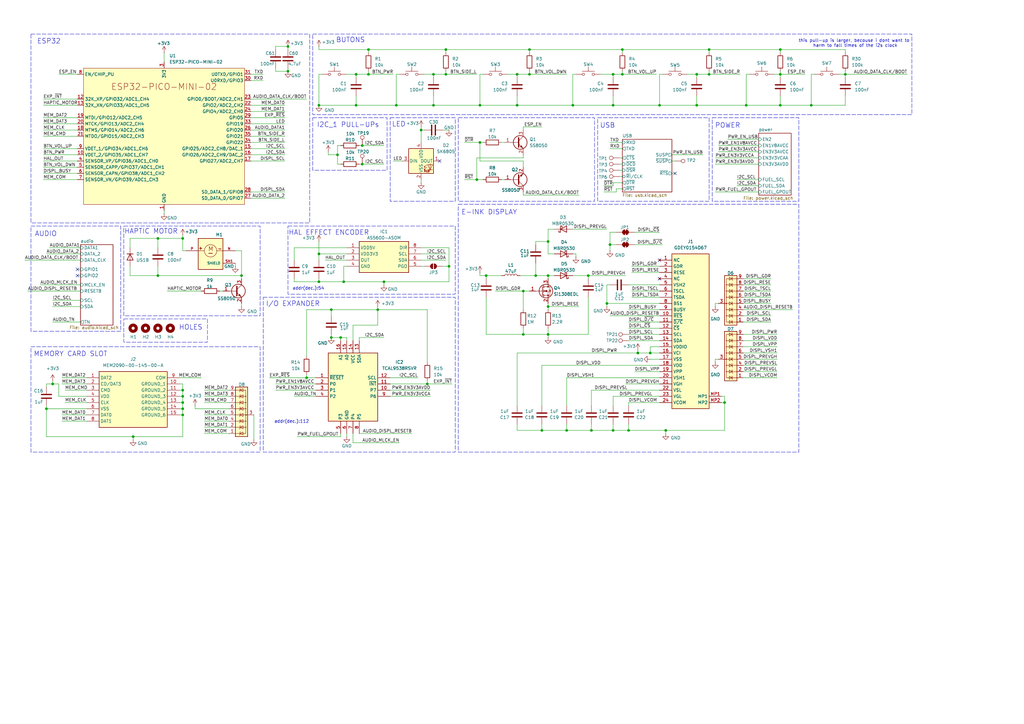
<source format=kicad_sch>
(kicad_sch (version 20250114) (generator "eeschema") (generator_version "9.0")
  (paper "A3")
  (title_block (title "ROOT"))
  (rectangle (start 118.11 92.71) (end 186.69 120.65) (stroke (width 0) (type dash)))
  (rectangle (start 160.02 48.26) (end 186.69 82.55) (stroke (width 0) (type dash)))
  (rectangle (start 12.7 13.97) (end 127 91.44) (stroke (width 0) (type dash)))
  (rectangle (start 107.95 121.92) (end 186.69 185.42) (stroke (width 0) (type dash)))
  (rectangle (start 12.7 142.24) (end 106.68 185.42) (stroke (width 0) (type dash)))
  (rectangle (start 128.27 13.97) (end 374.015 46.99) (stroke (width 0) (type dash)))
  (rectangle (start 292.1 48.26) (end 327.66 82.55) (stroke (width 0) (type dash)))
  (rectangle (start 50.8 130.81) (end 85.09 140.335) (stroke (width 0) (type dash)))
  (rectangle (start 12.7 92.71) (end 49.53 135.89) (stroke (width 0) (type dash)))
  (rectangle (start 128.27 48.26) (end 158.75 69.85) (stroke (width 0) (type dash)))
  (rectangle (start 187.96 48.26) (end 243.84 82.55) (stroke (width 0) (type dash)))
  (rectangle (start 187.96 83.82) (end 327.66 185.42) (stroke (width 0) (type dash)))
  (rectangle (start 50.8 92.71) (end 106.68 129.54) (stroke (width 0) (type dash)))
  (rectangle (start 245.11 48.26) (end 290.83 82.55) (stroke (width 0) (type dash)))
  (text "this pull-up is larger, becouse i dont want to \nharm to fall times of the i2s clock\n" (at 350.774 17.78 0) (effects (font (size 1.27 1.27))))
  (text "HOLES" (at 78.232 134.366 0) (effects (font (size 2 2))))
  (text "addr(dec.):54" (at 126.492 118.364 0) (effects (font (size 1.27 1.27))))
  (text "E-INK DISPLAY" (at 200.66 87.122 0) (effects (font (size 2 2))))
  (text "addr(dec.):112" (at 119.634 172.974 0) (effects (font (size 1.27 1.27))))
  (text "ESP32" (at 20.066 17.018 0) (effects (font (size 2 2))))
  (text "I2C_1 PULL-UPs" (at 142.748 51.308 0) (effects (font (size 2 2))))
  (text "MEMORY CARD SLOT" (at 28.956 145.288 0) (effects (font (size 2 2))))
  (text "BUTONS" (at 143.764 16.51 0) (effects (font (size 2 2))))
  (text "HAPTIC MOTOR" (at 61.976 94.996 0) (effects (font (size 2 2))))
  (text "I/O EXPANDER" (at 120.142 124.714 0) (effects (font (size 2 2))))
  (text "AUDIO" (at 18.796 96.012 0) (effects (font (size 2 2))))
  (text "USB" (at 249.174 51.562 0) (effects (font (size 2 2))))
  (text "LED" (at 163.576 51.054 0) (effects (font (size 2 2))))
  (text "POWER" (at 298.45 51.562 0) (effects (font (size 2 2))))
  (text "HAL EFFECT ENCODER" (at 134.874 95.504 0) (effects (font (size 2 2))))
  (junction (at 224.79 137.16))
  (junction (at 125.73 154.94))
  (junction (at 21.59 157.48))
  (junction (at 332.74 43.18))
  (junction (at 118.11 29.21))
  (junction (at 172.72 53.34))
  (junction (at 261.62 144.78))
  (junction (at 195.58 73.66))
  (junction (at 196.85 58.42))
  (junction (at 64.77 113.03))
  (junction (at 199.39 113.03))
  (junction (at 290.83 20.32))
  (junction (at 212.09 43.18))
  (junction (at 273.05 176.53))
  (junction (at 177.8 43.18))
  (junction (at 140.97 115.57))
  (junction (at 346.71 30.48))
  (junction (at 118.11 19.05))
  (junction (at 74.93 97.79))
  (junction (at 251.46 30.48))
  (junction (at 157.48 115.57))
  (junction (at 19.05 167.64))
  (junction (at 151.13 30.48))
  (junction (at 255.27 30.48))
  (junction (at 182.88 30.48))
  (junction (at 285.75 30.48))
  (junction (at 320.04 20.32))
  (junction (at 74.93 165.1))
  (junction (at 250.19 100.33))
  (junction (at 74.93 170.18))
  (junction (at 306.07 43.18))
  (junction (at 224.79 113.03))
  (junction (at 241.3 113.03))
  (junction (at 146.05 43.18))
  (junction (at 162.56 43.18))
  (junction (at 234.95 43.18))
  (junction (at 224.79 99.06))
  (junction (at 138.43 63.5))
  (junction (at 146.05 30.48))
  (junction (at 224.79 125.73))
  (junction (at 270.51 43.18))
  (junction (at 320.04 43.18))
  (junction (at 320.04 30.48))
  (junction (at 222.25 176.53))
  (junction (at 266.7 144.78))
  (junction (at 251.46 176.53))
  (junction (at 232.41 176.53))
  (junction (at 74.93 162.56))
  (junction (at 148.59 67.31))
  (junction (at 217.17 20.32))
  (junction (at 257.81 176.53))
  (junction (at 54.61 179.07))
  (junction (at 154.94 127))
  (junction (at 297.18 165.1))
  (junction (at 182.88 20.32))
  (junction (at 248.92 124.46))
  (junction (at 255.27 20.32))
  (junction (at 285.75 43.18))
  (junction (at 251.46 43.18))
  (junction (at 130.81 104.14))
  (junction (at 130.81 43.18))
  (junction (at 151.13 20.32))
  (junction (at 74.93 160.02))
  (junction (at 219.71 113.03))
  (junction (at 290.83 30.48))
  (junction (at 214.63 137.16))
  (junction (at 175.26 157.48))
  (junction (at 99.06 113.03))
  (junction (at 139.7 138.43))
  (junction (at 64.77 97.79))
  (junction (at 135.89 127))
  (junction (at 74.93 167.64))
  (junction (at 212.09 30.48))
  (junction (at 184.15 109.22))
  (junction (at 217.17 30.48))
  (junction (at 177.8 30.48))
  (junction (at 196.85 43.18))
  (junction (at 242.57 176.53))
  (junction (at 214.63 119.38))
  (junction (at 135.89 138.43))
  (junction (at 148.59 59.69))
  (junction (at 130.81 115.57))
  (no_connect (at 276.86 71.12))
  (no_connect (at 270.51 106.68))
  (no_connect (at 31.75 113.03))
  (no_connect (at 180.34 66.04))
  (no_connect (at 270.51 114.3))
  (no_connect (at 31.75 110.49))
  (wire (pts (xy 134.62 62.23) (xy 134.62 63.5)))
  (wire (pts (xy 275.59 63.5) (xy 288.29 63.5)))
  (wire (pts (xy 120.65 115.57) (xy 130.81 115.57)))
  (wire (pts (xy 73.66 165.1) (xy 74.93 165.1)))
  (wire (pts (xy 196.85 43.18) (xy 212.09 43.18)))
  (wire (pts (xy 259.08 121.92) (xy 270.51 121.92)))
  (wire (pts (xy 74.93 162.56) (xy 74.93 165.1)))
  (wire (pts (xy 184.15 109.22) (xy 184.15 115.57)))
  (wire (pts (xy 212.09 39.37) (xy 212.09 43.18)))
  (wire (pts (xy 53.34 101.6) (xy 53.34 97.79)))
  (wire (pts (xy 74.93 157.48) (xy 74.93 160.02)))
  (wire (pts (xy 293.37 78.74) (xy 311.15 78.74)))
  (wire (pts (xy 147.32 67.31) (xy 148.59 67.31)))
  (wire (pts (xy 19.05 179.07) (xy 54.61 179.07)))
  (wire (pts (xy 113.03 157.48) (xy 129.54 157.48)))
  (wire (pts (xy 64.77 113.03) (xy 99.06 113.03)))
  (wire (pts (xy 250.19 116.84) (xy 248.92 116.84)))
  (wire (pts (xy 83.82 160.02) (xy 93.98 160.02)))
  (wire (pts (xy 270.51 30.48) (xy 270.51 43.18)))
  (wire (pts (xy 21.59 157.48) (xy 24.13 157.48)))
  (wire (pts (xy 130.81 30.48) (xy 130.81 43.18)))
  (wire (pts (xy 31.75 113.03) (xy 33.02 113.03)))
  (wire (pts (xy 113.03 27.94) (xy 113.03 29.21)))
  (wire (pts (xy 344.17 30.48) (xy 346.71 30.48)))
  (wire (pts (xy 83.82 175.26) (xy 93.98 175.26)))
  (wire (pts (xy 90.17 119.38) (xy 91.44 119.38)))
  (wire (pts (xy 116.84 55.88) (xy 102.87 55.88)))
  (wire (pts (xy 270.51 147.32) (xy 266.7 147.32)))
  (wire (pts (xy 96.52 107.95) (xy 96.52 109.22)))
  (wire (pts (xy 172.72 52.07) (xy 172.72 53.34)))
  (wire (pts (xy 241.3 121.92) (xy 241.3 137.16)))
  (wire (pts (xy 203.2 119.38) (xy 214.63 119.38)))
  (wire (pts (xy 138.43 67.31) (xy 138.43 63.5)))
  (wire (pts (xy 325.12 127) (xy 304.8 127)))
  (wire (pts (xy 199.39 137.16) (xy 214.63 137.16)))
  (wire (pts (xy 130.81 30.48) (xy 132.08 30.48)))
  (wire (pts (xy 290.83 29.21) (xy 290.83 30.48)))
  (wire (pts (xy 248.92 93.98) (xy 234.95 93.98)))
  (wire (pts (xy 259.08 111.76) (xy 270.51 111.76)))
  (wire (pts (xy 261.62 144.78) (xy 266.7 144.78)))
  (wire (pts (xy 107.95 33.02) (xy 102.87 33.02)))
  (wire (pts (xy 318.77 154.94) (xy 304.8 154.94)))
  (wire (pts (xy 212.09 166.37) (xy 212.09 144.78)))
  (wire (pts (xy 17.78 50.8) (xy 31.75 50.8)))
  (wire (pts (xy 147.32 139.7) (xy 147.32 138.43)))
  (wire (pts (xy 224.79 138.43) (xy 224.79 137.16)))
  (wire (pts (xy 306.07 43.18) (xy 285.75 43.18)))
  (wire (pts (xy 116.84 45.72) (xy 102.87 45.72)))
  (wire (pts (xy 73.66 167.64) (xy 74.93 167.64)))
  (wire (pts (xy 24.13 30.48) (xy 31.75 30.48)))
  (wire (pts (xy 234.95 104.14) (xy 236.22 104.14)))
  (wire (pts (xy 74.93 97.79) (xy 74.93 102.87)))
  (wire (pts (xy 151.13 20.32) (xy 151.13 21.59)))
  (wire (pts (xy 177.8 39.37) (xy 177.8 43.18)))
  (wire (pts (xy 214.63 80.01) (xy 214.63 78.74)))
  (wire (pts (xy 318.77 137.16) (xy 304.8 137.16)))
  (wire (pts (xy 154.94 127) (xy 154.94 125.73)))
  (wire (pts (xy 146.05 30.48) (xy 142.24 30.48)))
  (wire (pts (xy 19.05 167.64) (xy 19.05 179.07)))
  (wire (pts (xy 21.59 125.73) (xy 33.02 125.73)))
  (wire (pts (xy 251.46 39.37) (xy 251.46 43.18)))
  (wire (pts (xy 214.63 119.38) (xy 217.17 119.38)))
  (wire (pts (xy 214.63 63.5) (xy 214.63 64.77)))
  (wire (pts (xy 214.63 52.07) (xy 222.25 52.07)))
  (wire (pts (xy 99.06 113.03) (xy 99.06 114.3)))
  (wire (pts (xy 130.81 19.05) (xy 130.81 20.32)))
  (wire (pts (xy 172.72 73.66) (xy 172.72 74.93)))
  (wire (pts (xy 120.65 101.6) (xy 120.65 106.68)))
  (wire (pts (xy 99.06 102.87) (xy 99.06 113.03)))
  (wire (pts (xy 285.75 30.48) (xy 285.75 31.75)))
  (wire (pts (xy 26.67 165.1) (xy 35.56 165.1)))
  (wire (pts (xy 257.81 173.99) (xy 257.81 176.53)))
  (wire (pts (xy 140.97 115.57) (xy 140.97 109.22)))
  (wire (pts (xy 307.34 30.48) (xy 306.07 30.48)))
  (wire (pts (xy 195.58 64.77) (xy 195.58 73.66)))
  (wire (pts (xy 302.26 76.2) (xy 311.15 76.2)))
  (wire (pts (xy 196.85 113.03) (xy 199.39 113.03)))
  (wire (pts (xy 248.92 124.46) (xy 248.92 125.73)))
  (wire (pts (xy 25.4 157.48) (xy 35.56 157.48)))
  (wire (pts (xy 172.72 109.22) (xy 173.99 109.22)))
  (wire (pts (xy 320.04 43.18) (xy 332.74 43.18)))
  (wire (pts (xy 21.59 132.08) (xy 33.02 132.08)))
  (wire (pts (xy 251.46 76.2) (xy 251.46 74.93)))
  (wire (pts (xy 199.39 121.92) (xy 199.39 137.16)))
  (wire (pts (xy 260.35 152.4) (xy 270.51 152.4)))
  (wire (pts (xy 222.25 166.37) (xy 222.25 149.86)))
  (wire (pts (xy 334.01 30.48) (xy 332.74 30.48)))
  (wire (pts (xy 67.31 87.63) (xy 67.31 86.36)))
  (wire (pts (xy 241.3 113.03) (xy 256.54 113.03)))
  (wire (pts (xy 224.79 124.46) (xy 224.79 125.73)))
  (wire (pts (xy 142.24 177.8) (xy 142.24 179.07)))
  (wire (pts (xy 316.23 132.08) (xy 304.8 132.08)))
  (wire (pts (xy 135.89 137.16) (xy 135.89 138.43)))
  (wire (pts (xy 214.63 68.58) (xy 214.63 66.04)))
  (wire (pts (xy 232.41 176.53) (xy 242.57 176.53)))
  (wire (pts (xy 257.81 116.84) (xy 270.51 116.84)))
  (wire (pts (xy 251.46 30.48) (xy 251.46 31.75)))
  (wire (pts (xy 214.63 64.77) (xy 195.58 64.77)))
  (wire (pts (xy 316.23 116.84) (xy 304.8 116.84)))
  (wire (pts (xy 25.4 154.94) (xy 35.56 154.94)))
  (wire (pts (xy 224.79 104.14) (xy 227.33 104.14)))
  (wire (pts (xy 297.18 165.1) (xy 295.91 165.1)))
  (wire (pts (xy 151.13 29.21) (xy 151.13 30.48)))
  (wire (pts (xy 320.04 29.21) (xy 320.04 30.48)))
  (wire (pts (xy 74.93 96.52) (xy 74.93 97.79)))
  (wire (pts (xy 113.03 29.21) (xy 118.11 29.21)))
  (wire (pts (xy 134.62 63.5) (xy 138.43 63.5)))
  (wire (pts (xy 161.29 66.04) (xy 165.1 66.04)))
  (wire (pts (xy 293.37 64.77) (xy 311.15 64.77)))
  (wire (pts (xy 138.43 59.69) (xy 139.7 59.69)))
  (wire (pts (xy 270.51 95.25) (xy 260.35 95.25)))
  (wire (pts (xy 120.65 114.3) (xy 120.65 115.57)))
  (wire (pts (xy 219.71 107.95) (xy 219.71 113.03)))
  (wire (pts (xy 83.82 162.56) (xy 93.98 162.56)))
  (wire (pts (xy 297.18 176.53) (xy 273.05 176.53)))
  (wire (pts (xy 248.92 116.84) (xy 248.92 124.46)))
  (wire (pts (xy 205.74 73.66) (xy 207.01 73.66)))
  (wire (pts (xy 317.5 30.48) (xy 320.04 30.48)))
  (wire (pts (xy 19.05 167.64) (xy 35.56 167.64)))
  (wire (pts (xy 25.4 172.72) (xy 35.56 172.72)))
  (wire (pts (xy 297.18 162.56) (xy 297.18 165.1)))
  (wire (pts (xy 73.66 160.02) (xy 74.93 160.02)))
  (wire (pts (xy 171.45 154.94) (xy 160.02 154.94)))
  (wire (pts (xy 266.7 142.24) (xy 266.7 144.78)))
  (wire (pts (xy 219.71 100.33) (xy 219.71 99.06)))
  (wire (pts (xy 241.3 113.03) (xy 241.3 114.3)))
  (wire (pts (xy 217.17 20.32) (xy 217.17 21.59)))
  (wire (pts (xy 151.13 20.32) (xy 182.88 20.32)))
  (wire (pts (xy 130.81 99.06) (xy 130.81 104.14)))
  (wire (pts (xy 196.85 30.48) (xy 198.12 30.48)))
  (wire (pts (xy 21.59 156.21) (xy 21.59 157.48)))
  (wire (pts (xy 177.8 30.48) (xy 173.99 30.48)))
  (wire (pts (xy 316.23 114.3) (xy 304.8 114.3)))
  (wire (pts (xy 181.61 109.22) (xy 184.15 109.22)))
  (wire (pts (xy 83.82 172.72) (xy 93.98 172.72)))
  (wire (pts (xy 176.53 162.56) (xy 160.02 162.56)))
  (wire (pts (xy 236.22 104.14) (xy 236.22 105.41)))
  (wire (pts (xy 144.78 177.8) (xy 144.78 181.61)))
  (wire (pts (xy 294.64 62.23) (xy 311.15 62.23)))
  (wire (pts (xy 142.24 138.43) (xy 139.7 138.43)))
  (wire (pts (xy 254 69.85) (xy 255.27 69.85)))
  (wire (pts (xy 346.71 21.59) (xy 346.71 20.32)))
  (wire (pts (xy 257.81 132.08) (xy 270.51 132.08)))
  (wire (pts (xy 74.93 102.87) (xy 76.2 102.87)))
  (wire (pts (xy 67.31 21.59) (xy 67.31 25.4)))
  (wire (pts (xy 53.34 113.03) (xy 64.77 113.03)))
  (wire (pts (xy 182.88 30.48) (xy 177.8 30.48)))
  (wire (pts (xy 125.73 153.67) (xy 125.73 154.94)))
  (wire (pts (xy 172.72 53.34) (xy 172.72 58.42)))
  (wire (pts (xy 121.92 179.07) (xy 139.7 179.07)))
  (wire (pts (xy 144.78 139.7) (xy 144.78 133.35)))
  (wire (pts (xy 293.37 147.32) (xy 294.64 147.32)))
  (wire (pts (xy 251.46 162.56) (xy 270.51 162.56)))
  (wire (pts (xy 346.71 29.21) (xy 346.71 30.48)))
  (wire (pts (xy 237.49 125.73) (xy 224.79 125.73)))
  (wire (pts (xy 182.88 106.68) (xy 172.72 106.68)))
  (wire (pts (xy 20.32 101.6) (xy 33.02 101.6)))
  (wire (pts (xy 217.17 29.21) (xy 217.17 30.48)))
  (wire (pts (xy 276.86 66.04) (xy 275.59 66.04)))
  (wire (pts (xy 320.04 43.18) (xy 306.07 43.18)))
  (wire (pts (xy 102.87 50.8) (xy 116.84 50.8)))
  (wire (pts (xy 74.93 170.18) (xy 73.66 170.18)))
  (wire (pts (xy 182.88 104.14) (xy 172.72 104.14)))
  (wire (pts (xy 232.41 30.48) (xy 217.17 30.48)))
  (wire (pts (xy 293.37 67.31) (xy 311.15 67.31)))
  (wire (pts (xy 151.13 30.48) (xy 146.05 30.48)))
  (wire (pts (xy 234.95 43.18) (xy 251.46 43.18)))
  (wire (pts (xy 176.53 160.02) (xy 160.02 160.02)))
  (wire (pts (xy 175.26 156.21) (xy 175.26 157.48)))
  (wire (pts (xy 19.05 166.37) (xy 19.05 167.64)))
  (wire (pts (xy 133.35 106.68) (xy 142.24 106.68)))
  (wire (pts (xy 17.78 66.04) (xy 31.75 66.04)))
  (wire (pts (xy 25.4 170.18) (xy 35.56 170.18)))
  (wire (pts (xy 271.78 100.33) (xy 260.35 100.33)))
  (wire (pts (xy 172.72 101.6) (xy 184.15 101.6)))
  (wire (pts (xy 257.81 127) (xy 270.51 127)))
  (wire (pts (xy 250.19 129.54) (xy 270.51 129.54)))
  (wire (pts (xy 147.32 138.43) (xy 157.48 138.43)))
  (wire (pts (xy 318.77 149.86) (xy 304.8 149.86)))
  (wire (pts (xy 17.78 68.58) (xy 31.75 68.58)))
  (wire (pts (xy 16.51 116.84) (xy 33.02 116.84)))
  (wire (pts (xy 31.75 110.49) (xy 33.02 110.49)))
  (wire (pts (xy 53.34 97.79) (xy 64.77 97.79)))
  (wire (pts (xy 255.27 30.48) (xy 251.46 30.48)))
  (wire (pts (xy 116.84 78.74) (xy 102.87 78.74)))
  (wire (pts (xy 116.84 58.42) (xy 102.87 58.42)))
  (wire (pts (xy 116.84 81.28) (xy 102.87 81.28)))
  (wire (pts (xy 214.63 119.38) (xy 214.63 127)))
  (wire (pts (xy 68.58 119.38) (xy 82.55 119.38)))
  (wire (pts (xy 212.09 30.48) (xy 208.28 30.48)))
  (wire (pts (xy 251.46 176.53) (xy 257.81 176.53)))
  (wire (pts (xy 80.01 167.64) (xy 93.98 167.64)))
  (wire (pts (xy 177.8 30.48) (xy 177.8 31.75)))
  (wire (pts (xy 17.78 40.64) (xy 31.75 40.64)))
  (wire (pts (xy 130.81 20.32) (xy 151.13 20.32)))
  (wire (pts (xy 217.17 30.48) (xy 212.09 30.48)))
  (wire (pts (xy 257.81 139.7) (xy 270.51 139.7)))
  (wire (pts (xy 161.29 30.48) (xy 151.13 30.48)))
  (wire (pts (xy 182.88 29.21) (xy 182.88 30.48)))
  (wire (pts (xy 318.77 139.7) (xy 304.8 139.7)))
  (wire (pts (xy 318.77 152.4) (xy 304.8 152.4)))
  (wire (pts (xy 205.74 58.42) (xy 207.01 58.42)))
  (wire (pts (xy 247.65 78.74) (xy 252.73 78.74)))
  (wire (pts (xy 177.8 43.18) (xy 196.85 43.18)))
  (wire (pts (xy 293.37 125.73) (xy 293.37 124.46)))
  (wire (pts (xy 316.23 129.54) (xy 304.8 129.54)))
  (wire (pts (xy 297.18 165.1) (xy 297.18 176.53)))
  (wire (pts (xy 162.56 43.18) (xy 177.8 43.18)))
  (wire (pts (xy 227.33 93.98) (xy 224.79 93.98)))
  (wire (pts (xy 259.08 109.22) (xy 270.51 109.22)))
  (wire (pts (xy 116.84 48.26) (xy 102.87 48.26)))
  (wire (pts (xy 148.59 67.31) (xy 157.48 67.31)))
  (wire (pts (xy 19.05 157.48) (xy 19.05 158.75)))
  (wire (pts (xy 257.81 137.16) (xy 270.51 137.16)))
  (wire (pts (xy 99.06 124.46) (xy 99.06 125.73)))
  (wire (pts (xy 212.09 43.18) (xy 234.95 43.18)))
  (wire (pts (xy 144.78 133.35) (xy 154.94 133.35)))
  (wire (pts (xy 332.74 43.18) (xy 346.71 43.18)))
  (wire (pts (xy 254 64.77) (xy 255.27 64.77)))
  (wire (pts (xy 257.81 176.53) (xy 273.05 176.53)))
  (wire (pts (xy 142.24 101.6) (xy 120.65 101.6)))
  (wire (pts (xy 250.19 95.25) (xy 250.19 100.33)))
  (wire (pts (xy 175.26 127) (xy 175.26 148.59)))
  (wire (pts (xy 303.53 30.48) (xy 290.83 30.48)))
  (wire (pts (xy 232.41 166.37) (xy 232.41 154.94)))
  (wire (pts (xy 146.05 39.37) (xy 146.05 43.18)))
  (wire (pts (xy 116.84 43.18) (xy 102.87 43.18)))
  (wire (pts (xy 320.04 39.37) (xy 320.04 43.18)))
  (wire (pts (xy 318.77 147.32) (xy 304.8 147.32)))
  (wire (pts (xy 346.71 30.48) (xy 372.11 30.48)))
  (wire (pts (xy 157.48 115.57) (xy 157.48 116.84)))
  (wire (pts (xy 113.03 19.05) (xy 113.03 20.32)))
  (wire (pts (xy 257.81 165.1) (xy 270.51 165.1)))
  (wire (pts (xy 135.89 138.43) (xy 139.7 138.43)))
  (wire (pts (xy 74.93 179.07) (xy 54.61 179.07)))
  (wire (pts (xy 273.05 177.8) (xy 273.05 176.53)))
  (wire (pts (xy 255.27 20.32) (xy 290.83 20.32)))
  (wire (pts (xy 64.77 97.79) (xy 64.77 101.6)))
  (wire (pts (xy 224.79 113.03) (xy 224.79 114.3)))
  (wire (pts (xy 224.79 134.62) (xy 224.79 137.16)))
  (wire (pts (xy 232.41 154.94) (xy 270.51 154.94)))
  (wire (pts (xy 196.85 30.48) (xy 196.85 43.18)))
  (wire (pts (xy 254 72.39) (xy 255.27 72.39)))
  (wire (pts (xy 295.91 162.56) (xy 297.18 162.56)))
  (wire (pts (xy 261.62 143.51) (xy 261.62 144.78)))
  (wire (pts (xy 257.81 166.37) (xy 257.81 165.1)))
  (wire (pts (xy 346.71 39.37) (xy 346.71 43.18)))
  (wire (pts (xy 293.37 124.46) (xy 294.64 124.46)))
  (wire (pts (xy 270.51 142.24) (xy 266.7 142.24)))
  (wire (pts (xy 17.78 73.66) (xy 31.75 73.66)))
  (wire (pts (xy 154.94 127) (xy 175.26 127)))
  (wire (pts (xy 232.41 173.99) (xy 232.41 176.53)))
  (wire (pts (xy 219.71 113.03) (xy 224.79 113.03)))
  (wire (pts (xy 162.56 30.48) (xy 163.83 30.48)))
  (wire (pts (xy 306.07 30.48) (xy 306.07 43.18)))
  (wire (pts (xy 80.01 166.37) (xy 80.01 167.64)))
  (wire (pts (xy 21.59 123.19) (xy 33.02 123.19)))
  (wire (pts (xy 316.23 119.38) (xy 304.8 119.38)))
  (wire (pts (xy 234.95 30.48) (xy 236.22 30.48)))
  (wire (pts (xy 252.73 95.25) (xy 250.19 95.25)))
  (wire (pts (xy 190.5 58.42) (xy 196.85 58.42)))
  (wire (pts (xy 146.05 30.48) (xy 146.05 31.75)))
  (wire (pts (xy 139.7 138.43) (xy 139.7 139.7)))
  (wire (pts (xy 74.93 170.18) (xy 74.93 179.07)))
  (wire (pts (xy 139.7 179.07) (xy 139.7 177.8)))
  (wire (pts (xy 222.25 176.53) (xy 232.41 176.53)))
  (wire (pts (xy 242.57 173.99) (xy 242.57 176.53)))
  (wire (pts (xy 196.85 111.76) (xy 196.85 113.03)))
  (wire (pts (xy 157.48 59.69) (xy 148.59 59.69)))
  (wire (pts (xy 219.71 113.03) (xy 213.36 113.03)))
  (wire (pts (xy 74.93 167.64) (xy 74.93 170.18)))
  (wire (pts (xy 154.94 133.35) (xy 154.94 127)))
  (wire (pts (xy 17.78 71.12) (xy 31.75 71.12)))
  (wire (pts (xy 224.79 99.06) (xy 224.79 104.14)))
  (wire (pts (xy 251.46 74.93) (xy 255.27 74.93)))
  (wire (pts (xy 116.84 63.5) (xy 102.87 63.5)))
  (wire (pts (xy 316.23 124.46) (xy 304.8 124.46)))
  (wire (pts (xy 125.73 154.94) (xy 129.54 154.94)))
  (wire (pts (xy 17.78 48.26) (xy 31.75 48.26)))
  (wire (pts (xy 182.88 20.32) (xy 182.88 21.59)))
  (wire (pts (xy 199.39 114.3) (xy 199.39 113.03)))
  (wire (pts (xy 252.73 78.74) (xy 252.73 77.47)))
  (wire (pts (xy 157.48 115.57) (xy 140.97 115.57)))
  (wire (pts (xy 140.97 109.22) (xy 142.24 109.22)))
  (wire (pts (xy 214.63 134.62) (xy 214.63 137.16)))
  (wire (pts (xy 276.86 71.12) (xy 275.59 71.12)))
  (wire (pts (xy 214.63 53.34) (xy 214.63 52.07)))
  (wire (pts (xy 120.65 162.56) (xy 129.54 162.56)))
  (wire (pts (xy 269.24 30.48) (xy 255.27 30.48)))
  (wire (pts (xy 135.89 129.54) (xy 135.89 127)))
  (wire (pts (xy 251.46 166.37) (xy 251.46 162.56)))
  (wire (pts (xy 195.58 73.66) (xy 198.12 73.66)))
  (wire (pts (xy 17.78 60.96) (xy 31.75 60.96)))
  (wire (pts (xy 74.93 160.02) (xy 74.93 162.56)))
  (wire (pts (xy 212.09 30.48) (xy 212.09 31.75)))
  (wire (pts (xy 35.56 162.56) (xy 24.13 162.56)))
  (wire (pts (xy 234.95 30.48) (xy 234.95 43.18)))
  (wire (pts (xy 318.77 144.78) (xy 304.8 144.78)))
  (wire (pts (xy 73.66 162.56) (xy 74.93 162.56)))
  (wire (pts (xy 104.14 170.18) (xy 104.14 180.34)))
  (wire (pts (xy 82.55 154.94) (xy 73.66 154.94)))
  (wire (pts (xy 185.42 157.48) (xy 175.26 157.48)))
  (wire (pts (xy 212.09 176.53) (xy 222.25 176.53)))
  (wire (pts (xy 214.63 137.16) (xy 224.79 137.16)))
  (wire (pts (xy 73.66 157.48) (xy 74.93 157.48)))
  (wire (pts (xy 175.26 157.48) (xy 160.02 157.48)))
  (wire (pts (xy 332.74 30.48) (xy 332.74 43.18)))
  (wire (pts (xy 64.77 97.79) (xy 74.93 97.79)))
  (wire (pts (xy 222.25 173.99) (xy 222.25 176.53)))
  (wire (pts (xy 116.84 66.04) (xy 102.87 66.04)))
  (wire (pts (xy 285.75 30.48) (xy 281.94 30.48)))
  (wire (pts (xy 250.19 58.42) (xy 255.27 58.42)))
  (wire (pts (xy 113.03 160.02) (xy 129.54 160.02)))
  (wire (pts (xy 130.81 104.14) (xy 130.81 106.68)))
  (wire (pts (xy 118.11 19.05) (xy 118.11 20.32)))
  (wire (pts (xy 266.7 144.78) (xy 270.51 144.78)))
  (wire (pts (xy 130.81 104.14) (xy 142.24 104.14)))
  (wire (pts (xy 254 67.31) (xy 255.27 67.31)))
  (wire (pts (xy 118.11 27.94) (xy 118.11 29.21)))
  (wire (pts (xy 290.83 20.32) (xy 320.04 20.32)))
  (wire (pts (xy 270.51 30.48) (xy 271.78 30.48)))
  (wire (pts (xy 242.57 176.53) (xy 251.46 176.53)))
  (wire (pts (xy 259.08 119.38) (xy 270.51 119.38)))
  (wire (pts (xy 116.84 60.96) (xy 102.87 60.96)))
  (wire (pts (xy 144.78 181.61) (xy 163.83 181.61)))
  (wire (pts (xy 11.43 119.38) (xy 33.02 119.38)))
  (wire (pts (xy 54.61 179.07) (xy 54.61 180.34)))
  (wire (pts (xy 196.85 58.42) (xy 198.12 58.42)))
  (wire (pts (xy 250.19 102.87) (xy 250.19 100.33)))
  (wire (pts (xy 125.73 127) (xy 125.73 146.05)))
  (wire (pts (xy 219.71 99.06) (xy 224.79 99.06)))
  (wire (pts (xy 214.63 66.04) (xy 196.85 66.04)))
  (wire (pts (xy 64.77 109.22) (xy 64.77 113.03)))
  (wire (pts (xy 83.82 165.1) (xy 93.98 165.1)))
  (wire (pts (xy 148.59 59.69) (xy 147.32 59.69)))
  (wire (pts (xy 138.43 59.69) (xy 138.43 63.5)))
  (wire (pts (xy 190.5 73.66) (xy 195.58 73.66)))
  (wire (pts (xy 24.13 157.48) (xy 24.13 162.56)))
  (wire (pts (xy 17.78 43.18) (xy 31.75 43.18)))
  (wire (pts (xy 102.87 40.64) (xy 125.73 40.64)))
  (wire (pts (xy 214.63 80.01) (xy 237.49 80.01)))
  (wire (pts (xy 19.05 157.48) (xy 21.59 157.48)))
  (wire (pts (xy 257.81 134.62) (xy 270.51 134.62)))
  (wire (pts (xy 302.26 73.66) (xy 311.15 73.66)))
  (wire (pts (xy 19.05 104.14) (xy 33.02 104.14)))
  (wire (pts (xy 294.64 59.69) (xy 311.15 59.69)))
  (wire (pts (xy 130.81 43.18) (xy 146.05 43.18)))
  (wire (pts (xy 224.79 125.73) (xy 224.79 127)))
  (wire (pts (xy 248.92 124.46) (xy 270.51 124.46)))
  (wire (pts (xy 74.93 165.1) (xy 74.93 167.64)))
  (wire (pts (xy 102.87 53.34) (xy 116.84 53.34)))
  (wire (pts (xy 135.89 127) (xy 154.94 127)))
  (wire (pts (xy 293.37 148.59) (xy 293.37 147.32)))
  (wire (pts (xy 130.81 115.57) (xy 140.97 115.57)))
  (wire (pts (xy 125.73 127) (xy 135.89 127)))
  (wire (pts (xy 290.83 30.48) (xy 285.75 30.48)))
  (wire (pts (xy 318.77 142.24) (xy 304.8 142.24)))
  (wire (pts (xy 217.17 20.32) (xy 255.27 20.32)))
  (wire (pts (xy 142.24 139.7) (xy 142.24 138.43)))
  (wire (pts (xy 252.73 77.47) (xy 255.27 77.47)))
  (wire (pts (xy 182.88 20.32) (xy 217.17 20.32)))
  (wire (pts (xy 250.19 100.33) (xy 252.73 100.33)))
  (wire (pts (xy 26.67 160.02) (xy 35.56 160.02)))
  (wire (pts (xy 320.04 21.59) (xy 320.04 20.32)))
  (wire (pts (xy 184.15 101.6) (xy 184.15 109.22)))
  (wire (pts (xy 157.48 115.57) (xy 184.15 115.57)))
  (wire (pts (xy 96.52 102.87) (xy 99.06 102.87)))
  (wire (pts (xy 242.57 166.37) (xy 242.57 160.02)))
  (wire (pts (xy 285.75 43.18) (xy 270.51 43.18)))
  (wire (pts (xy 184.15 53.34) (xy 181.61 53.34)))
  (wire (pts (xy 251.46 173.99) (xy 251.46 176.53)))
  (wire (pts (xy 320.04 30.48) (xy 330.2 30.48)))
  (wire (pts (xy 146.05 43.18) (xy 162.56 43.18)))
  (wire (pts (xy 234.95 113.03) (xy 241.3 113.03)))
  (wire (pts (xy 222.25 149.86) (xy 270.51 149.86)))
  (wire (pts (xy 250.19 60.96) (xy 255.27 60.96)))
  (wire (pts (xy 346.71 30.48) (xy 346.71 31.75)))
  (wire (pts (xy 199.39 113.03) (xy 205.74 113.03)))
  (wire (pts (xy 261.62 144.78) (xy 212.09 144.78)))
  (wire (pts (xy 285.75 39.37) (xy 285.75 43.18)))
  (wire (pts (xy 255.27 21.59) (xy 255.27 20.32)))
  (wire (pts (xy 224.79 93.98) (xy 224.79 99.06)))
  (wire (pts (xy 246.38 30.48) (xy 251.46 30.48)))
  (wire (pts (xy 110.49 154.94) (xy 125.73 154.94)))
  (wire (pts (xy 346.71 20.32) (xy 320.04 20.32)))
  (wire (pts (xy 147.32 177.8) (xy 168.91 177.8)))
  (wire (pts (xy 17.78 55.88) (xy 31.75 55.88)))
  (wire (pts (xy 255.27 29.21) (xy 255.27 30.48)))
  (wire (pts (xy 173.99 53.34) (xy 172.72 53.34)))
  (wire (pts (xy 270.51 43.18) (xy 251.46 43.18)))
  (wire (pts (xy 227.33 113.03) (xy 224.79 113.03)))
  (wire (pts (xy 83.82 170.18) (xy 93.98 170.18)))
  (wire (pts (xy 247.65 76.2) (xy 251.46 76.2)))
  (wire (pts (xy 320.04 30.48) (xy 320.04 31.75)))
  (wire (pts (xy 195.58 30.48) (xy 182.88 30.48)))
  (wire (pts (xy 107.95 30.48) (xy 102.87 30.48)))
  (wire (pts (xy 113.03 19.05) (xy 118.11 19.05)))
  (wire (pts (xy 53.34 109.22) (xy 53.34 113.03)))
  (wire (pts (xy 316.23 121.92) (xy 304.8 121.92)))
  (wire (pts (xy 290.83 21.59) (xy 290.83 20.32)))
  (wire (pts (xy 196.85 66.04) (xy 196.85 58.42)))
  (wire (pts (xy 130.81 114.3) (xy 130.81 115.57)))
  (wire (pts (xy 10.16 106.68) (xy 33.02 106.68)))
  (wire (pts (xy 162.56 30.48) (xy 162.56 43.18)))
  (wire (pts (xy 212.09 173.99) (xy 212.09 176.53)))
  (wire (pts (xy 298.45 57.15) (xy 311.15 57.15)))
  (wire (pts (xy 17.78 53.34) (xy 31.75 53.34)))
  (wire (pts (xy 17.78 63.5) (xy 31.75 63.5)))
  (wire (pts (xy 242.57 160.02) (xy 270.51 160.02)))
  (wire (pts (xy 241.3 137.16) (xy 224.79 137.16)))
  (wire (pts (xy 256.54 157.48) (xy 270.51 157.48)))
  (wire (pts (xy 83.82 177.8) (xy 93.98 177.8)))
  (wire (pts (xy 138.43 67.31) (xy 139.7 67.31)))
  (label "MEM_DAT0" (at 83.82 172.72 0))
  (label "MEM_DAT1" (at 83.82 175.26 0))
  (label "DISPL_RESE" (at 316.23 116.84 180))
  (label "I2C_SCL" (at 182.88 104.14 180))
  (label "HAPTIC_MOTOR" (at 17.78 43.18 0))
  (label "DISPL_TSCL" (at 316.23 119.38 180))
  (label "LED" (at 161.29 66.04 0))
  (label "HAL_OUT" (at 133.35 106.68 0))
  (label "MEM_CLK" (at 17.78 53.34 0))
  (label "DISPL_PREVGL" (at 254 162.56 0))
  (label "AUDIO_DISPL_RESETB" (at 11.43 119.38 0))
  (label "DISPL_SDA" (at 257.81 139.7 0))
  (label "I2C_SCL" (at 171.45 154.94 180))
  (label "BTN_VOL_UP" (at 17.78 60.96 0))
  (label "I2C_SCL" (at 302.26 73.66 0))
  (label "DISPL_SDA" (at 116.84 78.74 180))
  (label "DISPL_PREVGH" (at 318.77 147.32 180))
  (label "DISPL_GDR" (at 259.08 109.22 0))
  (label "DISPL_~{D{slash}C}" (at 271.78 100.33 180))
  (label "DISPL_TSDA" (at 259.08 121.92 0))
  (label "MEM_CMD" (at 26.67 160.02 0))
  (label "~{RST}" (at 190.5 73.66 0))
  (label "AUDIO_MLCK_EN" (at 16.51 116.84 0))
  (label "PWR_EN1V8AVCC" (at 113.03 157.48 0))
  (label "DISPL_BUSY" (at 257.81 127 0))
  (label "DISPL_PREVGH" (at 256.54 157.48 0))
  (label "DISPL_RESE" (at 237.49 125.73 180))
  (label "MEM_DAT3" (at 83.82 162.56 0))
  (label "PWR_EN1V8AVCC" (at 294.64 59.69 0))
  (label "PWR_FUEL_GPOUT" (at 293.37 78.74 0))
  (label "MEM_DAT3" (at 25.4 157.48 0))
  (label "BTN_PWR" (at 17.78 63.5 0))
  (label "DISPL_VDD" (at 318.77 139.7 180))
  (label "DISPL_SCL" (at 316.23 129.54 180))
  (label "MEM_DAT2" (at 17.78 48.26 0))
  (label "LED" (at 116.84 50.8 180))
  (label "BTN_VOL_DWN" (at 232.41 30.48 180))
  (label "EXP_~{RES}" (at 110.49 154.94 0))
  (label "DISPL_SCL" (at 257.81 137.16 0))
  (label "DISPL_VPP" (at 260.35 152.4 0))
  (label "DISPL_RESE" (at 259.08 111.76 0))
  (label "HAL_OUT" (at 17.78 66.04 0))
  (label "DISPL_BUSY" (at 17.78 71.12 0))
  (label "AUDIO_DISPL_RESETB" (at 168.91 177.8 180))
  (label "MEM_DAT2" (at 83.82 160.02 0))
  (label "BTN_SIDE_R" (at 303.53 30.48 180))
  (label "RXD" (at 250.19 60.96 0))
  (label "~{DTR}" (at 190.5 58.42 0))
  (label "I2C_SDA" (at 302.26 76.2 0))
  (label "I2C_SCL" (at 21.59 123.19 0))
  (label "AUDIO_MLCK_EN" (at 163.83 181.61 180))
  (label "BTN_SIDE_L" (at 116.84 58.42 180))
  (label "BTN_SIDE_L" (at 195.58 30.48 180))
  (label "AUDIO_DATA1" (at 20.32 101.6 0))
  (label "DISPL_VCOM" (at 257.81 165.1 0))
  (label "DISPL_VSH1" (at 232.41 154.94 0))
  (label "AUDIO_TN" (at 21.59 132.08 0))
  (label "DISPL_PREVSL" (at 243.84 160.02 0))
  (label "DISPL_SDA" (at 316.23 132.08 180))
  (label "MEM_COM" (at 82.55 154.94 180))
  (label "MEM_CLK" (at 26.67 165.1 0))
  (label "DISPL_~{CS}" (at 270.51 95.25 180))
  (label "MEM_DAT0" (at 116.84 43.18 180))
  (label "RXD" (at 107.95 33.02 180))
  (label "AUDIO_DISPL_RESETB" (at 250.19 129.54 0))
  (label "I2C_SDA" (at 182.88 106.68 180))
  (label "DISPL_~{CS}" (at 257.81 134.62 0))
  (label "MEM_DAT3" (at 17.78 50.8 0))
  (label "AUDIO_DATA_CLK{slash}BOOT" (at 10.16 106.68 0))
  (label "PWR_EN3V3VCCA" (at 293.37 64.77 0))
  (label "~{RST}" (at 247.65 78.74 0))
  (label "PWR_EN3V3VCCA" (at 176.53 162.56 180))
  (label "PWR_EN_USB" (at 298.45 57.15 0))
  (label "I2C_SDA" (at 21.59 125.73 0))
  (label "I2C_SCL" (at 116.84 60.96 180))
  (label "DISPL_BUSY" (at 316.23 124.46 180))
  (label "AUDIO_DATA_2" (at 116.84 81.28 180))
  (label "MEM_DAT2" (at 25.4 154.94 0))
  (label "DISPL_VPP" (at 318.77 142.24 180))
  (label "MEM_DAT1" (at 116.84 45.72 180))
  (label "MEM_DAT1" (at 25.4 172.72 0))
  (label "DISPL_PWR" (at 242.57 144.78 0))
  (label "DISPL_TSDA" (at 316.23 121.92 180))
  (label "MEM_CMD" (at 83.82 165.1 0))
  (label "DISPL_GDR" (at 203.2 119.38 0))
  (label "DISPL_VDD" (at 236.22 149.86 0))
  (label "PWR_FUEL_GPOUT" (at 121.92 179.07 0))
  (label "MEM_COM" (at 17.78 73.66 0))
  (label "BTN_PWR" (at 161.29 30.48 180))
  (label "DISPL_PREVGL" (at 318.77 152.4 180))
  (label "PWR_EN3V3AVDD" (at 176.53 160.02 180))
  (label "BTN_SIDE_R" (at 116.84 55.88 180))
  (label "DISPL_~{D{slash}C}" (at 257.81 132.08 0))
  (label "AUDIO_DATA_CLK{slash}BOOT" (at 372.11 30.48 180))
  (label "BTN_VOL_UP" (at 269.24 30.48 180))
  (label "MEM_COM" (at 83.82 177.8 0))
  (label "I2C_SDA" (at 157.48 138.43 180))
  (label "EXP_~{INT}" (at 185.42 157.48 180))
  (label "DISPL_SCL" (at 116.84 66.04 180))
  (label "DISPL_GDR" (at 316.23 114.3 180))
  (label "AUDIO_DATA_CLK{slash}BOOT" (at 237.49 80.01 180))
  (label "AUDIO_DATA_2" (at 19.05 104.14 0))
  (label "AUDIO_TN" (at 120.65 162.56 0))
  (label "I2C_SCL" (at 157.48 67.31 180))
  (label "DISPL_PREVGH" (at 256.54 113.03 180))
  (label "DISPL_PREVSL" (at 318.77 149.86 180))
  (label "I2C_SDA" (at 116.84 63.5 180))
  (label "ESP_EN" (at 222.25 52.07 180))
  (label "MEM_DAT0" (at 25.4 170.18 0))
  (label "BTN_VOL_DWN" (at 17.78 68.58 0))
  (label "PWR_EN3V3AVDD" (at 293.37 67.31 0))
  (label "TXD" (at 250.19 58.42 0))
  (label "EXP_~{INT}" (at 17.78 40.64 0))
  (label "TXD" (at 107.95 30.48 180))
  (label "EXP_~{RES}" (at 116.84 48.26 180))
  (label "MEM_CMD" (at 17.78 55.88 0))
  (label "DISPL_PREVGL" (at 248.92 93.98 180))
  (label "PWR_EN3V3AVCC" (at 113.03 160.02 0))
  (label "MEM_CLK" (at 83.82 170.18 0))
  (label "PWR_EN3V3AVCC" (at 294.64 62.23 0))
  (label "ESP_EN" (at 24.13 30.48 0))
  (label "AUDIO_DATA1" (at 116.84 53.34 180))
  (label "AUDIO_DATA_CLK{slash}BOOT" (at 125.73 40.64 180))
  (label "DISPL_PWR" (at 318.77 137.16 180))
  (label "DISPL_VCOM" (at 318.77 154.94 180))
  (label "DISPL_TSCL" (at 259.08 119.38 0))
  (label "I2C_SDA" (at 157.48 59.69 180))
  (label "ESP_EN" (at 330.2 30.48 180))
  (label "AUDIO_DISPL_RESETB" (at 325.12 127 180))
  (label "HAPTIC_MOTOR" (at 68.58 119.38 0))
  (label "PWR_EN_USB" (at 288.29 63.5 180))
  (label "~{DTR}" (at 247.65 76.2 0))
  (label "DISPL_VSH1" (at 318.77 144.78 180))
  (symbol (lib_id "Device:C") (at 113.03 24.13 0) (mirror y) (unit 1)
    (property "Reference" "C61" (at 112.776 21.844 0) (effects (justify left)))
    (property "Value" "100nF" (at 112.776 26.162 0) (effects (justify left)))
    (property "Footprint" "Capacitor_SMD:C_0402_1005Metric" (effects (hide yes)))
    (property "Description" "Unpolarized capacitor" (effects (hide yes)))
    (property "MPN" "CL05B104KO5NNNC" (effects (hide yes)))
  )
  (symbol (lib_id "Device:C") (at 219.71 104.14 180) (unit 1)
    (property "Reference" "C11" (at 215.265 102.997 0))
    (property "Value" "1uF" (at 215.265 104.775 0))
    (property "Footprint" "Capacitor_SMD:C_0402_1005Metric" (effects (hide yes)))
    (property "Description" "Unpolarized capacitor" (effects (hide yes)))
    (property "MPN" "CL05A105KO5NNNC" (effects (hide yes)))
  )
  (symbol (lib_id "Device:R") (at 125.73 149.86 0) (mirror x) (unit 1)
    (property "Reference" "R14" (at 123.19 148.5899 0) (effects (justify right)))
    (property "Value" "10k" (at 123.19 151.1299 0) (effects (justify right)))
    (property "Footprint" "Resistor_SMD:R_0402_1005Metric" (effects (hide yes)))
    (property "Description" "Resistor" (effects (hide yes)))
    (property "MPN" "CRCW040210K0FKED" (effects (hide yes)))
  )
  (symbol (lib_id "Device:R") (at 217.17 25.4 0) (unit 1)
    (property "Reference" "R3" (at 219.71 24.1299 0) (effects (justify left)))
    (property "Value" "10k" (at 219.71 26.6699 0) (effects (justify left)))
    (property "Footprint" "Resistor_SMD:R_0402_1005Metric" (effects (hide yes)))
    (property "Description" "Resistor" (effects (hide yes)))
    (property "MPN" "CRCW040210K0FKED" (effects (hide yes)))
  )
  (symbol (lib_id "Switch:SW_Push") (at 203.2 30.48 0) (unit 1)
    (property "Reference" "SW3" (at 203.2 26.416 0))
    (property "Value" "SW_Push" (effects (hide yes)))
    (property "Footprint" "Button_Switch_SMD:SW_Push_1P1T-MP_NO_Horizontal_Alps_SKRTLAE010" (effects (hide yes)))
    (property "Description" "Push button switch, generic, two pins" (effects (hide yes)))
    (property "MPN" "SKRTLAE010 " (effects (hide yes)))
  )
  (symbol (lib_id "power:GND") (at 266.7 147.32 270) (mirror x) (unit 1)
    (property "Reference" "#PWR021" (effects (hide yes)))
    (property "Value" "GND" (at 261.874 147.574 90))
    (property "Description" "Power symbol creates a global label with name \"GND\" , ground" (effects (hide yes)))
  )
  (symbol (lib_id "Device:C") (at 212.09 170.18 180) (unit 1)
    (property "Reference" "C17" (at 207.01 171.196 0))
    (property "Value" "1uF" (at 207.01 168.656 0))
    (property "Footprint" "Capacitor_SMD:C_0402_1005Metric" (effects (hide yes)))
    (property "Description" "Unpolarized capacitor" (effects (hide yes)))
    (property "MPN" "CL05A105KO5NNNC" (effects (hide yes)))
  )
  (symbol (lib_id "Connector:TestPoint") (at 254 64.77 90) (unit 1) (in_bom no)
    (property "Reference" "TP1" (at 249.174 65.024 90) (effects (justify left)))
    (property "Value" "TestPoint" (effects (hide yes)))
    (property "Footprint" "TestPoint:TestPoint_Pad_D1.0mm" (effects (hide yes)))
    (property "Description" "test point" (effects (hide yes)))
  )
  (symbol (lib_id "Device:C") (at 254 116.84 90) (mirror x) (unit 1)
    (property "Reference" "C12" (at 254 122.428 90))
    (property "Value" "1uF" (at 254 120.65 90))
    (property "Footprint" "Capacitor_SMD:C_0402_1005Metric" (effects (hide yes)))
    (property "Description" "Unpolarized capacitor" (effects (hide yes)))
    (property "MPN" "CL05A105KO5NNNC" (effects (hide yes)))
  )
  (symbol (lib_id "Device:C") (at 118.11 24.13 0) (mirror x) (unit 1)
    (property "Reference" "C60" (at 120.396 21.844 0))
    (property "Value" "4.7uF" (at 120.904 26.162 0))
    (property "Footprint" "Capacitor_SMD:C_0402_1005Metric" (effects (hide yes)))
    (property "Description" "Unpolarized capacitor" (effects (hide yes)))
    (property "LCSC" "C307423" (effects (hide yes)))
    (property "MPN" "CL05A475KP5NRNC" (effects (hide yes)))
  )
  (symbol (lib_id "power:+3V3") (at 134.62 62.23 0) (unit 1)
    (property "Reference" "#PWR012" (effects (hide yes)))
    (property "Value" "+3V3" (at 134.62 58.42 0))
    (property "Description" "Power symbol creates a global label with name \"+3V3\"" (effects (hide yes)))
  )
  (symbol (lib_id "Device:C") (at 130.81 110.49 0) (unit 1)
    (property "Reference" "C10" (at 133.858 109.22 0) (effects (justify left)))
    (property "Value" "1uF" (at 133.858 111.76 0) (effects (justify left)))
    (property "Footprint" "Capacitor_SMD:C_0402_1005Metric" (effects (hide yes)))
    (property "Description" "Unpolarized capacitor" (effects (hide yes)))
    (property "MPN" "CL05A105KO5NNNC" (effects (hide yes)))
  )
  (symbol (lib_id "Device:C") (at 232.41 170.18 180) (unit 1)
    (property "Reference" "C19" (at 227.33 171.196 0))
    (property "Value" "1uF" (at 227.33 168.656 0))
    (property "Footprint" "Capacitor_SMD:C_0402_1005Metric" (effects (hide yes)))
    (property "Description" "Unpolarized capacitor" (effects (hide yes)))
    (property "MPN" "CL05A105KO5NNNC" (effects (hide yes)))
  )
  (symbol (lib_id "Switch:SW_Push") (at 241.3 30.48 0) (unit 1)
    (property "Reference" "SW4" (at 241.3 26.416 0))
    (property "Value" "SW_Push" (effects (hide yes)))
    (property "Footprint" "Button_Switch_SMD:SW_Push_1P1T-MP_NO_Horizontal_Alps_SKRTLAE010" (effects (hide yes)))
    (property "Description" "Push button switch, generic, two pins" (effects (hide yes)))
    (property "MPN" "SKRTLAE010 " (effects (hide yes)))
  )
  (symbol (lib_id "Jumper:SolderJumper_2_Bridged") (at 256.54 100.33 0) (unit 1) (in_bom no)
    (property "Reference" "JP2" (at 256.286 98.298 0))
    (property "Value" "SolderJumper_2_Bridged" (effects (hide yes)))
    (property "Footprint" "Jumper:SolderJumper-2_P1.3mm_Bridged_RoundedPad1.0x1.5mm" (effects (hide yes)))
    (property "Description" "Solder Jumper, 2-pole, closed/bridged" (effects (hide yes)))
  )
  (symbol (lib_id "Connector:TestPoint") (at 148.59 59.69 0) (unit 1) (in_bom no)
    (property "Reference" "TP19" (at 146.558 54.61 0) (effects (justify left)))
    (property "Value" "TestPoint" (effects (hide yes)))
    (property "Footprint" "TestPoint:TestPoint_Pad_D1.0mm" (effects (hide yes)))
    (property "Description" "test point" (effects (hide yes)))
  )
  (symbol (lib_id "TCAL9538RSVR:TCAL9538RSVR") (at 129.54 154.94 0) (unit 1)
    (property "Reference" "IC2" (at 163.83 148.5198 0))
    (property "Value" "TCAL9538RSVR" (at 163.83 151.0598 0))
    (property "Footprint" "TCAL9538RSVR:QFN40P180X260X55-16N" (effects (hide yes)))
    (property "Datasheet" "https://www.ti.com/lit/ds/symlink/tcal9538.pdf?ts=1704399491246" (effects (hide yes)))
    (property "Description" "Interface - I/O Expanders ULTRA LOW VOLTAGE AGILE I/O EXPANDER I/O Expander 8 I2C, SMBus 1 MHz 16-UQFN (2.6x1.8)" (effects (hide yes)))
    (property "Height" "0.55" (effects (hide yes)))
    (property "Manufacturer_Name" "Texas Instruments" (effects (hide yes)))
    (property "MPN" "TCAL9538RSVR" (effects (hide yes)))
  )
  (symbol (lib_id "MEM2090-00-145-00-A:MEM2090-00-145-00-A") (at 35.56 154.94 0) (unit 1)
    (property "Reference" "J2" (at 54.61 147.32 0))
    (property "Value" "MEM2090-00-145-00-A" (at 54.61 149.86 0))
    (property "Footprint" "MEM2090-00-145-00-A:MEM20900014500A" (effects (hide yes)))
    (property "Datasheet" "https://www.mouser.at/datasheet/2/837/mem2090-3435332.pdf" (effects (hide yes)))
    (property "Description" "Memory Card Connectors Micro SD Push-Push, Normaly Open, SMT, 1.45mm Profile, No Peg" (effects (hide yes)))
    (property "Height" "1.6" (effects (hide yes)))
    (property "Manufacturer_Name" "GCT (GLOBAL CONNECTOR TECHNOLOGY)" (effects (hide yes)))
    (property "MPN" "MEM2090-00-145-00-A" (effects (hide yes)))
  )
  (symbol (lib_id "Connector:TestPoint") (at 254 72.39 90) (unit 1) (in_bom no)
    (property "Reference" "TP6" (at 249.174 72.644 90) (effects (justify left)))
    (property "Value" "TestPoint" (effects (hide yes)))
    (property "Footprint" "TestPoint:TestPoint_Pad_D1.0mm" (effects (hide yes)))
    (property "Description" "test point" (effects (hide yes)))
  )
  (symbol (lib_id "Device:R") (at 214.63 130.81 0) (unit 1)
    (property "Reference" "R12" (at 216.154 129.54 0) (effects (justify left)))
    (property "Value" "1M" (at 216.154 132.08 0) (effects (justify left)))
    (property "Footprint" "Resistor_SMD:R_0402_1005Metric" (effects (hide yes)))
    (property "Description" "Resistor" (effects (hide yes)))
    (property "MPN" "RC0402FR-071ML" (effects (hide yes)))
  )
  (symbol (lib_id "Diode:MBR0530") (at 231.14 113.03 180) (unit 1)
    (property "Reference" "D5" (at 231.394 108.204 0))
    (property "Value" "MBR0530" (at 231.394 110.744 0))
    (property "Footprint" "Diode_SMD:D_SOD-123" (effects (hide yes)))
    (property "Datasheet" "http://www.mccsemi.com/up_pdf/MBR0520~MBR0580(SOD123).pdf" (effects (hide yes)))
    (property "Description" "30V 0.5A Schottky Power Rectifier Diode, SOD-123" (effects (hide yes)))
    (property "MPN" "MBR0530T1G" (effects (hide yes)))
  )
  (symbol (lib_id "FH34SRJ-24S-0_5SH_99_:GDEY0154D67") (at 261.62 111.76 0) (unit 1)
    (property "Reference" "J1" (at 283.21 99.06 0))
    (property "Value" "GDEY0154D67" (at 283.21 101.6 0))
    (property "Footprint" "FH34SRJ-24S-0.5SH(99):FH34SRJ24S05SH99-disp" (effects (hide yes)))
    (property "Datasheet" "https://www.good-display.com/public/html/pdfjs/viewer/viewernew.html?file=https://v4.cecdn.yun300.cn/100001_1909185148/GDEY0154D67-new.pdf" (effects (hide yes)))
    (property "Description" "24 Position FFC, FPC Connector Contacts, Top and Bottom 0.020\" (0.50mm) Surface Mount, Right Angle" (effects (hide yes)))
    (property "Height" "1.1" (effects (hide yes)))
    (property "Manufacturer_Name" "Hirose" (effects (hide yes)))
    (property "MPN" "FH34SRJ-24S-0.5SH(99)" (effects (hide yes)))
  )
  (symbol (lib_id "Power_Protection:D3V3X8U9LP3810") (at 299.72 124.46 270) (mirror x) (unit 1)
    (property "Reference" "D6" (at 300.99 112.014 90) (effects (justify right)))
    (property "Value" "D3V3X8U9LP3810" (effects (hide yes)))
    (property "Footprint" "Diodes_UDFN3810-9_TYPE_B-better-pinout:Diodes_UDFN3810-9_TYPE_B-better-pinout" (effects (hide yes)))
    (property "Datasheet" "https://www.diodes.com/assets/Datasheets/D3V3X8U9LP3810.pdf" (effects (hide yes)))
    (property "Description" "3V3 Reverse Working, 8 channel low capacitance 0.45pF, TVS diode array, 5.5-7V Breakdown, U-DFN3810-9" (effects (hide yes)))
    (property "MPN" " D3V3F8U9LP3810-7 " (effects (hide yes)))
  )
  (symbol (lib_id "Connector:TestPoint") (at 148.59 67.31 0) (unit 1) (in_bom no)
    (property "Reference" "TP20" (at 146.558 62.23 0) (effects (justify left)))
    (property "Value" "TestPoint" (effects (hide yes)))
    (property "Footprint" "TestPoint:TestPoint_Pad_D1.0mm" (effects (hide yes)))
    (property "Description" "test point" (effects (hide yes)))
  )
  (symbol (lib_id "Device:C") (at 346.71 35.56 0) (unit 1)
    (property "Reference" "C7" (at 350.52 34.2899 0) (effects (justify left)))
    (property "Value" "100nF" (at 350.52 36.8299 0) (effects (justify left)))
    (property "Footprint" "Capacitor_SMD:C_0402_1005Metric" (effects (hide yes)))
    (property "Description" "Unpolarized capacitor" (effects (hide yes)))
    (property "MPN" "CL05B104KO5NNNC" (effects (hide yes)))
  )
  (symbol (lib_id "Device:C") (at 19.05 162.56 0) (mirror y) (unit 1)
    (property "Reference" "C16" (at 17.78 160.274 0) (effects (justify left)))
    (property "Value" "1uF" (at 17.78 164.846 0) (effects (justify left)))
    (property "Footprint" "Capacitor_SMD:C_0402_1005Metric" (effects (hide yes)))
    (property "Description" "Unpolarized capacitor" (effects (hide yes)))
    (property "MPN" "CL05A105KO5NNNC" (effects (hide yes)))
  )
  (symbol (lib_id "Jumper:SolderJumper_2_Open") (at 177.8 109.22 0) (mirror y) (unit 1) (in_bom no)
    (property "Reference" "JP3" (at 177.8 111.76 0))
    (property "Value" "SolderJumper_2_Open" (effects (hide yes)))
    (property "Footprint" "Jumper:SolderJumper-2_P1.3mm_Open_RoundedPad1.0x1.5mm" (effects (hide yes)))
    (property "Description" "Solder Jumper, 2-pole, open" (effects (hide yes)))
  )
  (symbol (lib_id "Transistor_FET:Si1308EDL") (at 222.25 119.38 0) (unit 1)
    (property "Reference" "Q4" (at 227.076 118.11 0) (effects (justify left)))
    (property "Value" "Si1308EDL" (at 227.076 120.65 0) (effects (justify left)))
    (property "Footprint" "Package_TO_SOT_SMD:SOT-323_SC-70" (effects (hide yes)))
    (property "Datasheet" "https://www.vishay.com/docs/63399/si1308edl.pdf" (effects (hide yes)))
    (property "Description" "30V Vds, 1.4A Id, N-Channel MOSFET, SC-70" (effects (hide yes)))
    (property "MPN" "SI1308EDL-T1-GE3" (effects (hide yes)))
  )
  (symbol (lib_id "Diode:MBR0530") (at 231.14 104.14 180) (unit 1)
    (property "Reference" "D4" (at 231.394 99.314 0))
    (property "Value" "MBR0530" (at 231.394 101.854 0))
    (property "Footprint" "Diode_SMD:D_SOD-123" (effects (hide yes)))
    (property "Datasheet" "http://www.mccsemi.com/up_pdf/MBR0520~MBR0580(SOD123).pdf" (effects (hide yes)))
    (property "Description" "30V 0.5A Schottky Power Rectifier Diode, SOD-123" (effects (hide yes)))
    (property "MPN" "MBR0530T1G" (effects (hide yes)))
  )
  (symbol (lib_id "power:GND") (at 67.31 87.63 0) (unit 1)
    (property "Reference" "#PWR08" (effects (hide yes)))
    (property "Value" "GND" (at 70.612 89.408 0))
    (property "Description" "Power symbol creates a global label with name \"GND\" , ground" (effects (hide yes)))
  )
  (symbol (lib_id "Connector:TestPoint") (at 257.81 139.7 90) (unit 1) (in_bom no)
    (property "Reference" "TP22" (at 253.492 139.7 90) (effects (justify left)))
    (property "Value" "TestPoint" (effects (hide yes)))
    (property "Footprint" "TestPoint:TestPoint_Pad_D1.0mm" (effects (hide yes)))
    (property "Description" "test point" (effects (hide yes)))
  )
  (symbol (lib_id "Connector:TestPoint") (at 257.81 137.16 90) (unit 1) (in_bom no)
    (property "Reference" "TP21" (at 253.492 137.16 90) (effects (justify left)))
    (property "Value" "TestPoint" (effects (hide yes)))
    (property "Footprint" "TestPoint:TestPoint_Pad_D1.0mm" (effects (hide yes)))
    (property "Description" "test point" (effects (hide yes)))
  )
  (symbol (lib_id "Connector:TestPoint") (at 276.86 66.04 270) (unit 1) (in_bom no)
    (property "Reference" "TP2" (at 281.686 65.786 90) (effects (justify left)))
    (property "Value" "TestPoint" (effects (hide yes)))
    (property "Footprint" "TestPoint:TestPoint_Pad_D1.0mm" (effects (hide yes)))
    (property "Description" "test point" (effects (hide yes)))
  )
  (symbol (lib_id "Connector:TestPoint") (at 254 67.31 90) (unit 1) (in_bom no)
    (property "Reference" "TP3" (at 249.174 67.564 90) (effects (justify left)))
    (property "Value" "TestPoint" (effects (hide yes)))
    (property "Footprint" "TestPoint:TestPoint_Pad_D1.0mm" (effects (hide yes)))
    (property "Description" "test point" (effects (hide yes)))
  )
  (symbol (lib_id "power:GND") (at 135.89 138.43 0) (unit 1)
    (property "Reference" "#PWR019" (effects (hide yes)))
    (property "Value" "GND" (at 132.334 140.716 0))
    (property "Description" "Power symbol creates a global label with name \"GND\" , ground" (effects (hide yes)))
  )
  (symbol (lib_id "power:GND") (at 54.61 180.34 0) (unit 1)
    (property "Reference" "#PWR027" (effects (hide yes)))
    (property "Value" "GND" (at 58.42 181.864 0))
    (property "Description" "Power symbol creates a global label with name \"GND\" , ground" (effects (hide yes)))
  )
  (symbol (lib_id "power:+3V3") (at 80.01 166.37 0) (unit 1)
    (property "Reference" "#PWR024" (effects (hide yes)))
    (property "Value" "+3V3" (at 80.01 162.306 0))
    (property "Description" "Power symbol creates a global label with name \"+3V3\"" (effects (hide yes)))
  )
  (symbol (lib_id "power:GND") (at 157.48 116.84 0) (unit 1)
    (property "Reference" "#PWR013" (effects (hide yes)))
    (property "Value" "GND" (at 161.036 118.618 0))
    (property "Description" "Power symbol creates a global label with name \"GND\" , ground" (effects (hide yes)))
  )
  (symbol (lib_id "power:GND") (at 248.92 125.73 0) (mirror y) (unit 1)
    (property "Reference" "#PWR016" (effects (hide yes)))
    (property "Value" "GND" (at 245.364 127.508 0))
    (property "Description" "Power symbol creates a global label with name \"GND\" , ground" (effects (hide yes)))
  )
  (symbol (lib_id "power:+3V3") (at 196.85 111.76 0) (unit 1)
    (property "Reference" "#PWR014" (effects (hide yes)))
    (property "Value" "+3V3" (at 193.294 110.236 0))
    (property "Description" "Power symbol creates a global label with name \"+3V3\"" (effects (hide yes)))
  )
  (symbol (lib_id "power:GND") (at 273.05 177.8 0) (mirror y) (unit 1)
    (property "Reference" "#PWR025" (effects (hide yes)))
    (property "Value" "GND" (at 277.114 179.578 0))
    (property "Description" "Power symbol creates a global label with name \"GND\" , ground" (effects (hide yes)))
  )
  (symbol (lib_id "Switch:SW_Push") (at 312.42 30.48 0) (unit 1)
    (property "Reference" "SW6" (at 312.42 25.908 0))
    (property "Value" "SW_Push" (effects (hide yes)))
    (property "Footprint" "Button_Switch_SMD:SW_Push_SPST_NO_Alps_SKRK" (effects (hide yes)))
    (property "Description" "Push button switch, generic, two pins" (effects (hide yes)))
    (property "MPN" "SKRKAGE020" (effects (hide yes)))
  )
  (symbol (lib_id "Device:C") (at 177.8 35.56 0) (mirror y) (unit 1)
    (property "Reference" "C2" (at 173.99 34.2899 0) (effects (justify left)))
    (property "Value" "100nF" (at 173.99 36.8299 0) (effects (justify left)))
    (property "Footprint" "Capacitor_SMD:C_0402_1005Metric" (effects (hide yes)))
    (property "Description" "Unpolarized capacitor" (effects (hide yes)))
    (property "MPN" "CL05B104KO5NNNC" (effects (hide yes)))
  )
  (symbol (lib_id "Device:C") (at 135.89 133.35 180) (unit 1)
    (property "Reference" "C15" (at 139.192 133.096 0) (effects (justify right)))
    (property "Value" "1uF" (at 139.446 134.62 0) (effects (justify right)))
    (property "Footprint" "Capacitor_SMD:C_0402_1005Metric" (effects (hide yes)))
    (property "Description" "Unpolarized capacitor" (effects (hide yes)))
    (property "MPN" "CL05A105KO5NNNC" (effects (hide yes)))
  )
  (symbol (lib_id "Switch:SW_Push") (at 339.09 30.48 0) (unit 1)
    (property "Reference" "SW7" (at 339.09 25.908 0))
    (property "Value" "SW_Push" (effects (hide yes)))
    (property "Footprint" "Button_Switch_SMD:SW_Push_SPST_NO_Alps_SKRK" (effects (hide yes)))
    (property "Description" "Push button switch, generic, two pins" (effects (hide yes)))
    (property "MPN" "SKRKAGE020" (effects (hide yes)))
  )
  (symbol (lib_id "PCM_Espressif:ESP32-PICO-MINI-02") (at 67.31 55.88 0) (unit 1)
    (property "Reference" "U1" (at 69.4533 22.86 0) (effects (justify left)))
    (property "Value" "ESP32-PICO-MINI-02" (at 69.4533 25.4 0) (effects (justify left)))
    (property "Footprint" "PCM_Espressif:ESP32-PICO-MINI-02" (effects (hide yes)))
    (property "Datasheet" "https://www.espressif.com/sites/default/files/documentation/esp32-pico-mini-02_datasheet_en.pdf" (effects (hide yes)))
    (property "Description" "ESP32-PICO-V3-02 MCU, SiP, 8MB Flash, 2 MB PSRAM in ESP32-MINI-format" (effects (hide yes)))
    (property "MPN" "ESP32-PICO-MINI-02-N8R2" (effects (hide yes)))
  )
  (symbol (lib_id "Device:R") (at 346.71 25.4 0) (unit 1)
    (property "Reference" "R30" (at 349.25 24.1299 0) (effects (justify left)))
    (property "Value" "100k" (at 349.25 26.6699 0) (effects (justify left)))
    (property "Footprint" "Resistor_SMD:R_0402_1005Metric" (effects (hide yes)))
    (property "Description" "Resistor" (effects (hide yes)))
    (property "MPN" "RC0402FR-07100KL" (effects (hide yes)))
  )
  (symbol (lib_id "power:GND") (at 142.24 179.07 0) (unit 1)
    (property "Reference" "#PWR026" (effects (hide yes)))
    (property "Value" "GND" (at 142.24 182.88 0))
    (property "Description" "Power symbol creates a global label with name \"GND\" , ground" (effects (hide yes)))
  )
  (symbol (lib_id "Device:R") (at 224.79 130.81 0) (unit 1)
    (property "Reference" "R13" (at 226.314 129.54 0) (effects (justify left)))
    (property "Value" "2.2R" (at 226.314 132.08 0) (effects (justify left)))
    (property "Footprint" "Resistor_SMD:R_0402_1005Metric" (effects (hide yes)))
    (property "Description" "Resistor" (effects (hide yes)))
    (property "MPN" "RC0402FR-072R2L" (effects (hide yes)))
  )
  (symbol (lib_id "Switch:SW_Push") (at 168.91 30.48 0) (unit 1)
    (property "Reference" "SW2" (at 168.91 26.416 0))
    (property "Value" "SW_Push" (effects (hide yes)))
    (property "Footprint" "Button_Switch_SMD:SW_Push_1P1T-MP_NO_Horizontal_Alps_SKRTLAE010" (effects (hide yes)))
    (property "Description" "Push button switch, generic, two pins" (effects (hide yes)))
    (property "MPN" "SKRTLAE010 " (effects (hide yes)))
  )
  (symbol (lib_id "Connector:TestPoint") (at 254 69.85 90) (unit 1) (in_bom no)
    (property "Reference" "TP4" (at 249.174 70.104 90) (effects (justify left)))
    (property "Value" "TestPoint" (effects (hide yes)))
    (property "Footprint" "TestPoint:TestPoint_Pad_D1.0mm" (effects (hide yes)))
    (property "Description" "test point" (effects (hide yes)))
  )
  (symbol (lib_id "Device:C") (at 285.75 35.56 0) (mirror y) (unit 1)
    (property "Reference" "C5" (at 281.94 34.2899 0) (effects (justify left)))
    (property "Value" "100nF" (at 281.94 36.8299 0) (effects (justify left)))
    (property "Footprint" "Capacitor_SMD:C_0402_1005Metric" (effects (hide yes)))
    (property "Description" "Unpolarized capacitor" (effects (hide yes)))
    (property "MPN" "CL05B104KO5NNNC" (effects (hide yes)))
  )
  (symbol (lib_id "power:+3V3") (at 154.94 125.73 0) (unit 1)
    (property "Reference" "#PWR015" (effects (hide yes)))
    (property "Value" "+3V3" (at 159.004 124.46 0))
    (property "Description" "Power symbol creates a global label with name \"+3V3\"" (effects (hide yes)))
  )
  (symbol (lib_id "Device:R") (at 143.51 67.31 90) (unit 1)
    (property "Reference" "R11" (at 145.542 65.024 90) (effects (justify left)))
    (property "Value" "10k" (at 145.542 62.484 90) (effects (justify left)))
    (property "Footprint" "Resistor_SMD:R_0402_1005Metric" (effects (hide yes)))
    (property "Description" "Resistor" (effects (hide yes)))
    (property "MPN" "CRCW040210K0FKED" (effects (hide yes)))
  )
  (symbol (lib_id "Device:C") (at 241.3 118.11 0) (mirror x) (unit 1)
    (property "Reference" "C14" (at 245.745 116.967 0))
    (property "Value" "1uF" (at 245.745 118.745 0))
    (property "Footprint" "Capacitor_SMD:C_0402_1005Metric" (effects (hide yes)))
    (property "Description" "Unpolarized capacitor" (effects (hide yes)))
    (property "MPN" "CL05A105KO5NNNC" (effects (hide yes)))
  )
  (symbol (lib_id "Device:C") (at 64.77 105.41 0) (unit 1)
    (property "Reference" "C8" (at 68.58 104.1399 0) (effects (justify left)))
    (property "Value" "100nF" (at 68.58 106.6799 0) (effects (justify left)))
    (property "Footprint" "Capacitor_SMD:C_0402_1005Metric" (effects (hide yes)))
    (property "Description" "Unpolarized capacitor" (effects (hide yes)))
    (property "MPN" "CL05B104KO5NNNC" (effects (hide yes)))
  )
  (symbol (lib_id "Device:C") (at 177.8 53.34 90) (mirror x) (unit 1)
    (property "Reference" "C30" (at 179.832 50.038 90) (effects (justify left)))
    (property "Value" "100nF" (at 181.102 56.642 90) (effects (justify left)))
    (property "Footprint" "Capacitor_SMD:C_0402_1005Metric" (effects (hide yes)))
    (property "Description" "Unpolarized capacitor" (effects (hide yes)))
    (property "MPN" "CL05B104KO5NNNC" (effects (hide yes)))
  )
  (symbol (lib_id "Device:C") (at 146.05 35.56 0) (mirror y) (unit 1)
    (property "Reference" "C1" (at 142.24 34.2899 0) (effects (justify left)))
    (property "Value" "100nF" (at 142.24 36.8299 0) (effects (justify left)))
    (property "Footprint" "Capacitor_SMD:C_0402_1005Metric" (effects (hide yes)))
    (property "Description" "Unpolarized capacitor" (effects (hide yes)))
    (property "MPN" "CL05B104KO5NNNC" (effects (hide yes)))
  )
  (symbol (lib_id "Device:R") (at 201.93 58.42 90) (unit 1)
    (property "Reference" "R7" (at 201.93 53.594 90))
    (property "Value" "10k" (at 201.93 56.134 90))
    (property "Footprint" "Resistor_SMD:R_0402_1005Metric" (effects (hide yes)))
    (property "Description" "Resistor" (effects (hide yes)))
    (property "MPN" "CRCW040210K0FKED" (effects (hide yes)))
  )
  (symbol (lib_id "HD-EMB1204-SM:HD-EMB1204-SM") (at 86.36 102.87 0) (unit 1)
    (property "Reference" "M1" (at 89.916 96.266 0))
    (property "Value" "HD-EMB1204-SM" (effects (hide yes)))
    (property "Footprint" "HD-EMB1204-SM:PUI_HD-EMB1204-SM" (effects (hide yes)))
    (property "SnapEDA_Link" "https://www.snapeda.com/parts/HD-EMB1204-SM/PUI+Audio/view-part/?ref=snap" (effects (hide yes)))
    (property "MAXIMUM_PACKAGE_HEIGHT" "3.4 mm" (effects (hide yes)))
    (property "Package" "None" (effects (hide yes)))
    (property "Check_prices" "https://www.snapeda.com/parts/HD-EMB1204-SM/PUI+Audio/view-part/?ref=eda" (effects (hide yes)))
    (property "STANDARD" "Manufacturer Recommendations" (effects (hide yes)))
    (property "PARTREV" "A" (effects (hide yes)))
    (property "Description_1" "12X4MM ERM HAPTIC 12000RPM" (effects (hide yes)))
    (property "MPN" " HD-EMB1204-SM " (effects (hide yes)))
  )
  (symbol (lib_id "Switch:SW_Push") (at 137.16 30.48 0) (unit 1)
    (property "Reference" "SW1" (at 137.16 26.416 0))
    (property "Value" "SW_Push" (effects (hide yes)))
    (property "Footprint" "Button_Switch_SMD:SW_Push_1P1T-MP_NO_Horizontal_Alps_SKRTLAE010" (effects (hide yes)))
    (property "Description" "Push button switch, generic, two pins" (effects (hide yes)))
    (property "MPN" "SKRTLAE010 " (effects (hide yes)))
  )
  (symbol (lib_id "Diode:US1B") (at 53.34 105.41 270) (unit 1)
    (property "Reference" "D1" (at 55.88 104.1399 90) (effects (justify left)))
    (property "Value" "US1B" (at 55.88 106.6799 90) (effects (justify left)))
    (property "Footprint" "Diode_SMD:D_SMA" (effects (hide yes)))
    (property "Datasheet" "https://www.diodes.com/assets/Datasheets/ds16008.pdf" (effects (hide yes)))
    (property "Description" "100V, 1A, General Purpose Rectifier Diode, SMA(DO-214AC)" (effects (hide yes)))
    (property "Sim.Device" "D" (effects (hide yes)))
    (property "Sim.Pins" "1=K 2=A" (effects (hide yes)))
    (property "MPN" "US1B" (effects (hide yes)))
  )
  (symbol (lib_id "power:+3V3") (at 118.11 19.05 0) (mirror y) (unit 1)
    (property "Reference" "#PWR0109" (effects (hide yes)))
    (property "Value" "+3V3" (at 121.666 17.78 0))
    (property "Description" "Power symbol creates a global label with name \"+3V3\"" (effects (hide yes)))
  )
  (symbol (lib_id "Device:R") (at 151.13 25.4 0) (unit 1)
    (property "Reference" "R1" (at 153.67 24.1299 0) (effects (justify left)))
    (property "Value" "10k" (at 153.67 26.6699 0) (effects (justify left)))
    (property "Footprint" "Resistor_SMD:R_0402_1005Metric" (effects (hide yes)))
    (property "Description" "Resistor" (effects (hide yes)))
    (property "MPN" "CRCW040210K0FKED" (effects (hide yes)))
  )
  (symbol (lib_id "power:GND") (at 224.79 138.43 0) (mirror y) (unit 1)
    (property "Reference" "#PWR018" (effects (hide yes)))
    (property "Value" "GND" (at 228.854 140.208 0))
    (property "Description" "Power symbol creates a global label with name \"GND\" , ground" (effects (hide yes)))
  )
  (symbol (lib_id "Transistor_BJT:SS8050") (at 212.09 73.66 0) (mirror x) (unit 1)
    (property "Reference" "Q2" (at 209.804 69.596 0) (effects (justify left)))
    (property "Value" "SS8050" (at 205.74 77.978 0) (effects (justify left)))
    (property "Footprint" "Package_TO_SOT_SMD:SOT-23" (effects (hide yes)))
    (property "Datasheet" "http://www.secosgmbh.com/datasheet/products/SSMPTransistor/SOT-23/SS8050.pdf" (effects (hide yes)))
    (property "Description" "General Purpose NPN Transistor, 1.5A Ic, 25V Vce, SOT-23" (effects (hide yes)))
    (property "MPN" "SS8050-HF" (effects (hide yes)))
  )
  (symbol (lib_id "power:GND") (at 104.14 180.34 0) (unit 1)
    (property "Reference" "#PWR028" (effects (hide yes)))
    (property "Value" "GND" (at 100.838 182.118 0))
    (property "Description" "Power symbol creates a global label with name \"GND\" , ground" (effects (hide yes)))
  )
  (symbol (lib_id "Device:R") (at 86.36 119.38 90) (unit 1)
    (property "Reference" "R9" (at 84.709 114.935 90) (effects (justify right)))
    (property "Value" "1k" (at 84.709 117.475 90) (effects (justify right)))
    (property "Footprint" "Resistor_SMD:R_0402_1005Metric" (effects (hide yes)))
    (property "Description" "Resistor" (effects (hide yes)))
    (property "MPN" "RC0402FR-071KL" (effects (hide yes)))
  )
  (symbol (lib_id "power:+3V3") (at 130.81 99.06 0) (unit 1)
    (property "Reference" "#PWR09" (effects (hide yes)))
    (property "Value" "+3V3" (at 126.492 97.536 0))
    (property "Description" "Power symbol creates a global label with name \"+3V3\"" (effects (hide yes)))
  )
  (symbol (lib_id "power:GND") (at 130.81 43.18 0) (unit 1)
    (property "Reference" "#PWR0104" (effects (hide yes)))
    (property "Value" "GND" (at 135.128 45.212 0))
    (property "Description" "Power symbol creates a global label with name \"GND\" , ground" (effects (hide yes)))
  )
  (symbol (lib_id "power:GND") (at 96.52 109.22 0) (mirror y) (unit 1)
    (property "Reference" "#PWR0110" (effects (hide yes)))
    (property "Value" "GND" (at 93.98 109.22 0))
    (property "Description" "Power symbol creates a global label with name \"GND\" , ground" (effects (hide yes)))
  )
  (symbol (lib_id "Device:C") (at 251.46 170.18 180) (unit 1)
    (property "Reference" "C21" (at 247.396 171.196 0))
    (property "Value" "1uF" (at 247.396 168.656 0))
    (property "Footprint" "Capacitor_SMD:C_0402_1005Metric" (effects (hide yes)))
    (property "Description" "Unpolarized capacitor" (effects (hide yes)))
    (property "MPN" "CL05A105KO5NNNC" (effects (hide yes)))
  )
  (symbol (lib_id "power:GND") (at 293.37 148.59 0) (mirror y) (unit 1)
    (property "Reference" "#PWR022" (effects (hide yes)))
    (property "Value" "GND" (at 293.37 153.67 0))
    (property "Description" "Power symbol creates a global label with name \"GND\" , ground" (effects (hide yes)))
  )
  (symbol (lib_id "Device:L") (at 209.55 113.03 90) (unit 1)
    (property "Reference" "L1" (at 209.55 108.712 90))
    (property "Value" "47uF" (at 209.55 111.252 90))
    (property "Footprint" "Inductor_SMD:L_TDK_MLZ2012_h1.25mm" (effects (hide yes)))
    (property "Description" "Inductor" (effects (hide yes)))
    (property "MPN" "MLZ2012M470WT000" (effects (hide yes)))
  )
  (symbol (lib_id "Mechanical:MountingHole") (at 59.69 134.62 0) (unit 1) (in_bom no)
    (property "Reference" "H2" (at 58.42 138.176 0) (effects (justify left)))
    (property "Value" "MountingHole" (effects (hide yes)))
    (property "Footprint" "MountingHole:MountingHole_2.2mm_M2" (effects (hide yes)))
    (property "Description" "Mounting Hole without connection" (effects (hide yes)))
  )
  (symbol (lib_id "power:GND") (at 250.19 102.87 0) (mirror y) (unit 1)
    (property "Reference" "#PWR010" (effects (hide yes)))
    (property "Value" "GND" (at 254.254 104.648 0))
    (property "Description" "Power symbol creates a global label with name \"GND\" , ground" (effects (hide yes)))
  )
  (symbol (lib_id "Power_Protection:D3V3X8U9LP3810") (at 99.06 170.18 90) (unit 1)
    (property "Reference" "D8" (at 97.79 157.734 90) (effects (justify right)))
    (property "Value" "D3V3X8U9LP3810" (effects (hide yes)))
    (property "Footprint" "Diodes_UDFN3810-9_TYPE_B-better-pinout:Diodes_UDFN3810-9_TYPE_B-better-pinout" (effects (hide yes)))
    (property "Datasheet" "https://www.diodes.com/assets/Datasheets/D3V3X8U9LP3810.pdf" (effects (hide yes)))
    (property "Description" "3V3 Reverse Working, 8 channel low capacitance 0.45pF, TVS diode array, 5.5-7V Breakdown, U-DFN3810-9" (effects (hide yes)))
    (property "MPN" " D3V3F8U9LP3810-7 " (effects (hide yes)))
  )
  (symbol (lib_id "power:GND") (at 118.11 29.21 0) (unit 1)
    (property "Reference" "#PWR099" (effects (hide yes)))
    (property "Value" "GND" (at 121.412 30.988 0))
    (property "Description" "Power symbol creates a global label with name \"GND\" , ground" (effects (hide yes)))
  )
  (symbol (lib_id "Device:R") (at 182.88 25.4 0) (unit 1)
    (property "Reference" "R2" (at 185.42 24.1299 0) (effects (justify left)))
    (property "Value" "10k" (at 185.42 26.6699 0) (effects (justify left)))
    (property "Footprint" "Resistor_SMD:R_0402_1005Metric" (effects (hide yes)))
    (property "Description" "Resistor" (effects (hide yes)))
    (property "MPN" "CRCW040210K0FKED" (effects (hide yes)))
  )
  (symbol (lib_id "Device:C") (at 257.81 170.18 0) (mirror x) (unit 1)
    (property "Reference" "C22" (at 262.89 171.196 0))
    (property "Value" "1uF" (at 262.89 168.656 0))
    (property "Footprint" "Capacitor_SMD:C_0402_1005Metric" (effects (hide yes)))
    (property "Description" "Unpolarized capacitor" (effects (hide yes)))
    (property "MPN" "CL05A105KO5NNNC" (effects (hide yes)))
  )
  (symbol (lib_id "Diode:MBR0530") (at 231.14 93.98 0) (mirror x) (unit 1)
    (property "Reference" "D3" (at 230.886 89.154 0))
    (property "Value" "MBR0530" (at 230.886 91.694 0))
    (property "Footprint" "Diode_SMD:D_SOD-123" (effects (hide yes)))
    (property "Datasheet" "http://www.mccsemi.com/up_pdf/MBR0520~MBR0580(SOD123).pdf" (effects (hide yes)))
    (property "Description" "30V 0.5A Schottky Power Rectifier Diode, SOD-123" (effects (hide yes)))
    (property "MPN" "MBR0530T1G" (effects (hide yes)))
  )
  (symbol (lib_id "Switch:SW_Push") (at 276.86 30.48 0) (unit 1)
    (property "Reference" "SW5" (at 276.86 26.67 0))
    (property "Value" "SW_Push" (effects (hide yes)))
    (property "Footprint" "Button_Switch_SMD:SW_Push_1P1T-MP_NO_Horizontal_Alps_SKRTLAE010" (effects (hide yes)))
    (property "Description" "Push button switch, generic, two pins" (effects (hide yes)))
    (property "MPN" "SKRTLAE010 " (effects (hide yes)))
  )
  (symbol (lib_id "Device:C") (at 242.57 170.18 180) (unit 1)
    (property "Reference" "C20" (at 237.49 171.196 0))
    (property "Value" "1uF" (at 237.49 168.656 0))
    (property "Footprint" "Capacitor_SMD:C_0402_1005Metric" (effects (hide yes)))
    (property "Description" "Unpolarized capacitor" (effects (hide yes)))
    (property "MPN" "CL05A105KO5NNNC" (effects (hide yes)))
  )
  (symbol (lib_id "Device:C") (at 212.09 35.56 0) (mirror y) (unit 1)
    (property "Reference" "C3" (at 208.28 34.2899 0) (effects (justify left)))
    (property "Value" "100nF" (at 208.28 36.8299 0) (effects (justify left)))
    (property "Footprint" "Capacitor_SMD:C_0402_1005Metric" (effects (hide yes)))
    (property "Description" "Unpolarized capacitor" (effects (hide yes)))
    (property "MPN" "CL05B104KO5NNNC" (effects (hide yes)))
  )
  (symbol (lib_id "Device:R") (at 175.26 152.4 180) (unit 1)
    (property "Reference" "R15" (at 177.8 151.1299 0) (effects (justify right)))
    (property "Value" "10k" (at 177.8 153.6699 0) (effects (justify right)))
    (property "Footprint" "Resistor_SMD:R_0402_1005Metric" (effects (hide yes)))
    (property "Description" "Resistor" (effects (hide yes)))
    (property "MPN" "CRCW040210K0FKED" (effects (hide yes)))
  )
  (symbol (lib_id "Transistor_BJT:SS8050") (at 96.52 119.38 0) (unit 1)
    (property "Reference" "Q3" (at 92.202 116.84 0) (effects (justify left)))
    (property "Value" "SS8050" (at 89.154 122.428 0) (effects (justify left)))
    (property "Footprint" "Package_TO_SOT_SMD:SOT-23" (effects (hide yes)))
    (property "Datasheet" "http://www.secosgmbh.com/datasheet/products/SSMPTransistor/SOT-23/SS8050.pdf" (effects (hide yes)))
    (property "Description" "General Purpose NPN Transistor, 1.5A Ic, 25V Vce, SOT-23" (effects (hide yes)))
    (property "MPN" "SS8050-HF" (effects (hide yes)))
  )
  (symbol (lib_id "Device:R") (at 290.83 25.4 0) (unit 1)
    (property "Reference" "R5" (at 293.37 24.1299 0) (effects (justify left)))
    (property "Value" "10k" (at 293.37 26.6699 0) (effects (justify left)))
    (property "Footprint" "Resistor_SMD:R_0402_1005Metric" (effects (hide yes)))
    (property "Description" "Resistor" (effects (hide yes)))
    (property "MPN" "CRCW040210K0FKED" (effects (hide yes)))
  )
  (symbol (lib_id "AS5600-ASOM:AS5600-ASOM") (at 142.24 101.6 0) (unit 1)
    (property "Reference" "IC1" (at 157.48 94.996 0))
    (property "Value" "AS5600-ASOM" (at 157.48 97.536 0))
    (property "Footprint" "AS5600-ASOM:SOIC127P600X175-8N" (effects (hide yes)))
    (property "Datasheet" "https://datasheet.datasheetarchive.com/originals/distributors/DKDS-11/214624.pdf" (effects (hide yes)))
    (property "Description" "IC SENSOR MAG ROTARY 12BIT 8SOIC" (effects (hide yes)))
    (property "Height" "1.75" (effects (hide yes)))
    (property "Manufacturer_Name" "ams OSRAM" (effects (hide yes)))
    (property "Arrow Part Number" "AS5600-ASOM" (effects (hide yes)))
    (property "Arrow Price/Stock" "https://www.arrow.com/en/products/as5600-asom/ams-osram?utm_currency=USD&region=nac" (effects (hide yes)))
    (property "MPN" "AS5600-ASOM" (effects (hide yes)))
  )
  (symbol (lib_id "Device:R") (at 143.51 59.69 90) (unit 1)
    (property "Reference" "R10" (at 145.542 57.404 90) (effects (justify left)))
    (property "Value" "10k" (at 145.542 54.864 90) (effects (justify left)))
    (property "Footprint" "Resistor_SMD:R_0402_1005Metric" (effects (hide yes)))
    (property "Description" "Resistor" (effects (hide yes)))
    (property "MPN" "CRCW040210K0FKED" (effects (hide yes)))
  )
  (symbol (lib_id "power:GND") (at 293.37 125.73 0) (mirror y) (unit 1)
    (property "Reference" "#PWR017" (effects (hide yes)))
    (property "Value" "GND" (at 293.37 130.81 0))
    (property "Description" "Power symbol creates a global label with name \"GND\" , ground" (effects (hide yes)))
  )
  (symbol (lib_id "power:GND") (at 236.22 105.41 0) (mirror y) (unit 1)
    (property "Reference" "#PWR011" (effects (hide yes)))
    (property "Value" "GND" (at 240.284 107.188 0))
    (property "Description" "Power symbol creates a global label with name \"GND\" , ground" (effects (hide yes)))
  )
  (symbol (lib_id "power:+3V3") (at 261.62 143.51 0) (unit 1)
    (property "Reference" "#PWR020" (effects (hide yes)))
    (property "Value" "+3V3" (at 258.064 141.986 0))
    (property "Description" "Power symbol creates a global label with name \"+3V3\"" (effects (hide yes)))
  )
  (symbol (lib_id "power:+3V3") (at 74.93 96.52 0) (mirror y) (unit 1)
    (property "Reference" "#PWR04" (effects (hide yes)))
    (property "Value" "+3V3" (at 78.486 94.996 0))
    (property "Description" "Power symbol creates a global label with name \"+3V3\"" (effects (hide yes)))
  )
  (symbol (lib_id "Device:R") (at 255.27 25.4 0) (unit 1)
    (property "Reference" "R4" (at 257.81 24.1299 0) (effects (justify left)))
    (property "Value" "10k" (at 257.81 26.6699 0) (effects (justify left)))
    (property "Footprint" "Resistor_SMD:R_0402_1005Metric" (effects (hide yes)))
    (property "Description" "Resistor" (effects (hide yes)))
    (property "MPN" "CRCW040210K0FKED" (effects (hide yes)))
  )
  (symbol (lib_id "power:+3V3") (at 67.31 21.59 0) (unit 1)
    (property "Reference" "#PWR02" (effects (hide yes)))
    (property "Value" "+3V3" (at 67.056 17.78 0))
    (property "Description" "Power symbol creates a global label with name \"+3V3\"" (effects (hide yes)))
  )
  (symbol (lib_id "power:+3V3") (at 130.81 19.05 0) (unit 1)
    (property "Reference" "#PWR01" (effects (hide yes)))
    (property "Value" "+3V3" (at 134.62 17.272 0))
    (property "Description" "Power symbol creates a global label with name \"+3V3\"" (effects (hide yes)))
  )
  (symbol (lib_id "LED:SK6805") (at 172.72 66.04 0) (unit 1)
    (property "Reference" "D2" (at 182.88 59.6198 0))
    (property "Value" "SK6805" (at 182.88 62.1598 0))
    (property "Footprint" "sk6805-ec14:sk6805ec14" (effects (hide yes)))
    (property "Datasheet" "https://cdn-shop.adafruit.com/product-files/3484/3484_Datasheet.pdf" (effects (hide yes)))
    (property "Description" "RGB LED with integrated controller" (effects (hide yes)))
    (property "MPN" "SK6805-EC14" (effects (hide yes)))
  )
  (symbol (lib_id "power:GND") (at 99.06 125.73 0) (unit 1)
    (property "Reference" "#PWR07" (effects (hide yes)))
    (property "Value" "GND" (at 103.378 127.762 0))
    (property "Description" "Power symbol creates a global label with name \"GND\" , ground" (effects (hide yes)))
  )
  (symbol (lib_id "Mechanical:MountingHole") (at 69.85 134.62 0) (unit 1) (in_bom no)
    (property "Reference" "H4" (at 68.58 138.176 0) (effects (justify left)))
    (property "Value" "MountingHole" (effects (hide yes)))
    (property "Footprint" "MountingHole:MountingHole_2.2mm_M2" (effects (hide yes)))
    (property "Description" "Mounting Hole without connection" (effects (hide yes)))
  )
  (symbol (lib_id "Mechanical:MountingHole") (at 64.77 134.62 0) (unit 1) (in_bom no)
    (property "Reference" "H3" (at 63.5 138.176 0) (effects (justify left)))
    (property "Value" "MountingHole" (effects (hide yes)))
    (property "Footprint" "MountingHole:MountingHole_2.2mm_M2" (effects (hide yes)))
    (property "Description" "Mounting Hole without connection" (effects (hide yes)))
  )
  (symbol (lib_id "Device:R") (at 201.93 73.66 90) (unit 1)
    (property "Reference" "R8" (at 201.93 68.834 90))
    (property "Value" "10k" (at 201.93 71.374 90))
    (property "Footprint" "Resistor_SMD:R_0402_1005Metric" (effects (hide yes)))
    (property "Description" "Resistor" (effects (hide yes)))
    (property "MPN" "CRCW040210K0FKED" (effects (hide yes)))
  )
  (symbol (lib_id "Device:C") (at 320.04 35.56 0) (unit 1)
    (property "Reference" "C6" (at 323.85 34.2899 0) (effects (justify left)))
    (property "Value" "100nF" (at 323.85 36.8299 0) (effects (justify left)))
    (property "Footprint" "Capacitor_SMD:C_0402_1005Metric" (effects (hide yes)))
    (property "Description" "Unpolarized capacitor" (effects (hide yes)))
    (property "MPN" "CL05B104KO5NNNC" (effects (hide yes)))
  )
  (symbol (lib_id "power:+3V3") (at 172.72 52.07 0) (unit 1)
    (property "Reference" "#PWR05" (effects (hide yes)))
    (property "Value" "+3V3" (at 169.164 50.546 0))
    (property "Description" "Power symbol creates a global label with name \"+3V3\"" (effects (hide yes)))
  )
  (symbol (lib_id "Jumper:SolderJumper_2_Bridged") (at 256.54 95.25 0) (unit 1) (in_bom no)
    (property "Reference" "JP1" (at 256.286 93.218 0))
    (property "Value" "SolderJumper_2_Bridged" (effects (hide yes)))
    (property "Footprint" "Jumper:SolderJumper-2_P1.3mm_Bridged_RoundedPad1.0x1.5mm" (effects (hide yes)))
    (property "Description" "Solder Jumper, 2-pole, closed/bridged" (effects (hide yes)))
  )
  (symbol (lib_id "Device:C") (at 199.39 118.11 180) (unit 1)
    (property "Reference" "C13" (at 194.945 116.967 0))
    (property "Value" "1uF" (at 194.945 118.745 0))
    (property "Footprint" "Capacitor_SMD:C_0402_1005Metric" (effects (hide yes)))
    (property "Description" "Unpolarized capacitor" (effects (hide yes)))
    (property "MPN" "CL05A105KO5NNNC" (effects (hide yes)))
  )
  (symbol (lib_id "power:GND") (at 184.15 53.34 0) (unit 1)
    (property "Reference" "#PWR0111" (effects (hide yes)))
    (property "Value" "GND" (at 184.15 52.324 0))
    (property "Description" "Power symbol creates a global label with name \"GND\" , ground" (effects (hide yes)))
  )
  (symbol (lib_id "Transistor_BJT:SS8050") (at 212.09 58.42 0) (unit 1)
    (property "Reference" "Q1" (at 217.17 57.1499 0) (effects (justify left)))
    (property "Value" "SS8050" (at 217.17 59.6899 0) (effects (justify left)))
    (property "Footprint" "Package_TO_SOT_SMD:SOT-23" (effects (hide yes)))
    (property "Datasheet" "http://www.secosgmbh.com/datasheet/products/SSMPTransistor/SOT-23/SS8050.pdf" (effects (hide yes)))
    (property "Description" "General Purpose NPN Transistor, 1.5A Ic, 25V Vce, SOT-23" (effects (hide yes)))
    (property "MPN" "SS8050-HF" (effects (hide yes)))
  )
  (symbol (lib_id "power:+3V3") (at 21.59 156.21 0) (unit 1)
    (property "Reference" "#PWR023" (effects (hide yes)))
    (property "Value" "+3V3" (at 21.59 151.13 0))
    (property "Description" "Power symbol creates a global label with name \"+3V3\"" (effects (hide yes)))
  )
  (symbol (lib_id "Device:C") (at 222.25 170.18 180) (unit 1)
    (property "Reference" "C18" (at 217.17 171.196 0))
    (property "Value" "1uF" (at 217.17 168.656 0))
    (property "Footprint" "Capacitor_SMD:C_0402_1005Metric" (effects (hide yes)))
    (property "Description" "Unpolarized capacitor" (effects (hide yes)))
    (property "MPN" "CL05A105KO5NNNC" (effects (hide yes)))
  )
  (symbol (lib_id "Device:C") (at 120.65 110.49 0) (unit 1)
    (property "Reference" "C9" (at 123.698 109.22 0) (effects (justify left)))
    (property "Value" "1uF" (at 123.698 111.76 0) (effects (justify left)))
    (property "Footprint" "Capacitor_SMD:C_0402_1005Metric" (effects (hide yes)))
    (property "Description" "Unpolarized capacitor" (effects (hide yes)))
    (property "MPN" "CL05A105KO5NNNC" (effects (hide yes)))
  )
  (symbol (lib_id "Mechanical:MountingHole") (at 54.61 134.62 0) (unit 1) (in_bom no)
    (property "Reference" "H1" (at 53.34 138.176 0) (effects (justify left)))
    (property "Value" "MountingHole" (effects (hide yes)))
    (property "Footprint" "MountingHole:MountingHole_2.2mm_M2" (effects (hide yes)))
    (property "Description" "Mounting Hole without connection" (effects (hide yes)))
  )
  (symbol (lib_id "Device:R") (at 320.04 25.4 0) (unit 1)
    (property "Reference" "R6" (at 322.58 24.1299 0) (effects (justify left)))
    (property "Value" "10k" (at 322.58 26.6699 0) (effects (justify left)))
    (property "Footprint" "Resistor_SMD:R_0402_1005Metric" (effects (hide yes)))
    (property "Description" "Resistor" (effects (hide yes)))
    (property "MPN" "CRCW040210K0FKED" (effects (hide yes)))
  )
  (symbol (lib_id "Device:C") (at 251.46 35.56 0) (mirror y) (unit 1)
    (property "Reference" "C4" (at 247.65 34.2899 0) (effects (justify left)))
    (property "Value" "100nF" (at 247.65 36.8299 0) (effects (justify left)))
    (property "Footprint" "Capacitor_SMD:C_0402_1005Metric" (effects (hide yes)))
    (property "Description" "Unpolarized capacitor" (effects (hide yes)))
    (property "MPN" "CL05B104KO5NNNC" (effects (hide yes)))
  )
  (symbol (lib_id "Power_Protection:D3V3X8U9LP3810") (at 299.72 147.32 270) (mirror x) (unit 1)
    (property "Reference" "D7" (at 300.99 134.874 90) (effects (justify right)))
    (property "Value" "D3V3X8U9LP3810" (effects (hide yes)))
    (property "Footprint" "Diodes_UDFN3810-9_TYPE_B-better-pinout:Diodes_UDFN3810-9_TYPE_B-better-pinout" (effects (hide yes)))
    (property "Datasheet" "https://www.diodes.com/assets/Datasheets/D3V3X8U9LP3810.pdf" (effects (hide yes)))
    (property "Description" "3V3 Reverse Working, 8 channel low capacitance 0.45pF, TVS diode array, 5.5-7V Breakdown, U-DFN3810-9" (effects (hide yes)))
    (property "MPN" " D3V3F8U9LP3810-7 " (effects (hide yes)))
  )
  (symbol (lib_id "power:GND") (at 172.72 74.93 0) (unit 1)
    (property "Reference" "#PWR06" (effects (hide yes)))
    (property "Value" "GND" (at 172.72 78.74 0))
    (property "Description" "Power symbol creates a global label with name \"GND\" , ground" (effects (hide yes)))
  )
  (sheet (at 311.15 54.61) (size 13.335 25.4) (stroke (width 0.1524))
    (property "Sheetname" "power" (at 311.15 53.8984 0) (effects (justify left bottom)))
    (property "Sheetfile" "power.kicad_sch" (at 304.8 80.518 0) (effects (justify left top)))
    (pin "EN2" input (at 311.15 57.15 180))
    (pin "EN1V8AVCC" input (at 311.15 59.69 180))
    (pin "EN3V3AVCC" input (at 311.15 62.23 180))
    (pin "EN3V3VCAA" input (at 311.15 64.77 180))
    (pin "EN3V3AVDD" input (at 311.15 67.31 180))
    (pin "FUEL_SCL" input (at 311.15 73.66 180))
    (pin "FUEL_SDA" input (at 311.15 76.2 180))
    (pin "FUEL_GPOUT" input (at 311.15 78.74 180))
  )
  (sheet (at 33.02 100.33) (size 13.335 33.02) (stroke (width 0.1524))
    (property "Sheetname" "audio" (at 33.02 99.6184 0) (effects (justify left bottom)))
    (property "Sheetfile" "audio.kicad_sch" (at 28.448 133.604 0) (effects (justify left top)))
    (pin "DATA1" input (at 33.02 101.6 180))
    (pin "DATA_2" input (at 33.02 104.14 180))
    (pin "DATA_CLK" input (at 33.02 106.68 180))
    (pin "GPIO1" input (at 33.02 110.49 180))
    (pin "GPIO2" input (at 33.02 113.03 180))
    (pin "MCLK_EN" input (at 33.02 116.84 180))
    (pin "RESETB" input (at 33.02 119.38 180))
    (pin "SCL" input (at 33.02 123.19 180))
    (pin "SDA" input (at 33.02 125.73 180))
    (pin "TN" output (at 33.02 132.08 180))
  )
  (sheet (at 255.27 57.15) (size 20.32 21.59) (stroke (width 0.1524))
    (property "Sheetname" "USB" (at 255.27 56.4384 0) (effects (justify left bottom)))
    (property "Sheetfile" "usb.kicad_sch" (at 255.27 79.3246 0) (effects (justify left top)))
    (pin "RXD" input (at 255.27 58.42 180))
    (pin "SUSP" output (at 275.59 63.5 0))
    (pin "TXD" output (at 255.27 60.96 180))
    (pin "~{CTS}" output (at 255.27 64.77 180))
    (pin "~{DCD}" input (at 255.27 67.31 180))
    (pin "~{DSR}" input (at 255.27 69.85 180))
    (pin "~{RI}{slash}CLK" bidirectional (at 255.27 72.39 180))
    (pin "~{RST}" output (at 255.27 77.47 180))
    (pin "~{RTS}" output (at 275.59 71.12 0))
    (pin "~{SUSP}" output (at 275.59 66.04 0))
    (pin "~{DTR}" output (at 255.27 74.93 180))
  )
)
</source>
